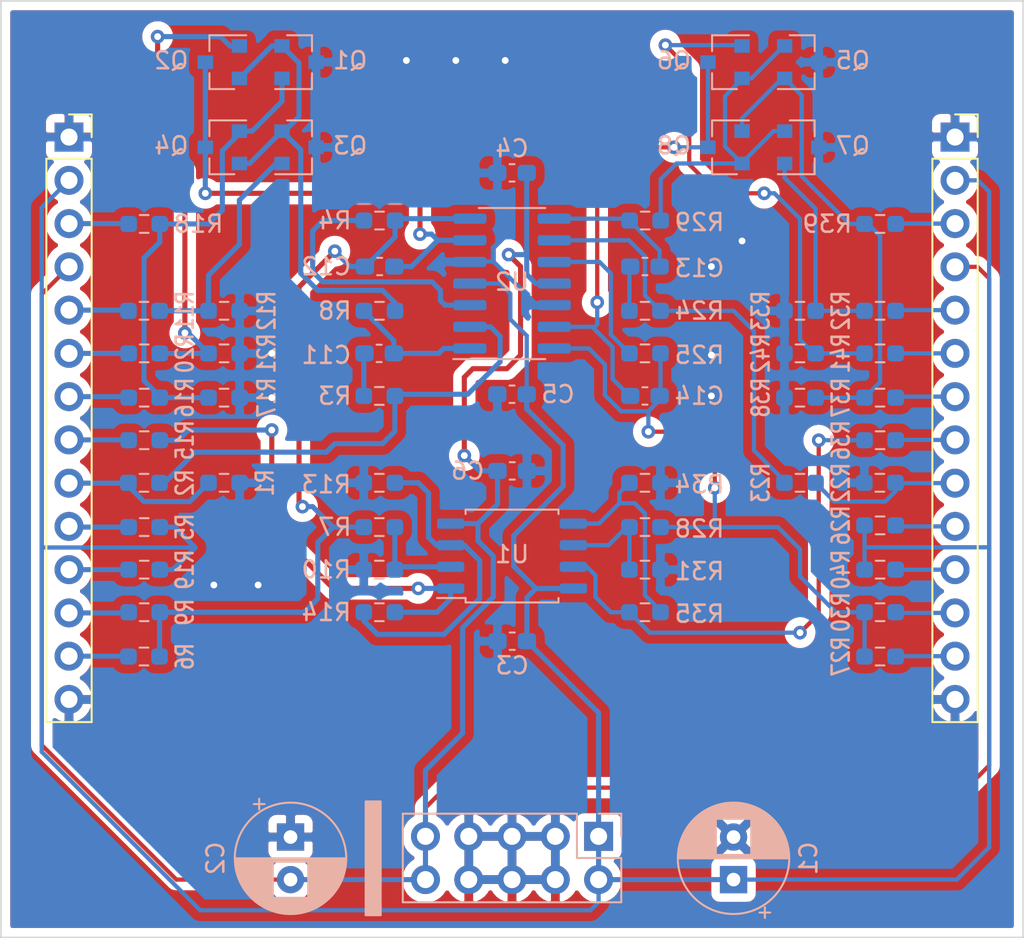
<source format=kicad_pcb>
(kicad_pcb (version 20171130) (host pcbnew "(5.1.10)-1")
  (layers (0 F.Cu signal) (31 B.Cu signal) (34 B.Paste user) (35 F.Paste user) (36 B.SilkS user) (37 F.SilkS user) (38 B.Mask user) (39 F.Mask user) (44 Edge.Cuts user))
  (net 0 "")
  (net 1 GND)
  (net 2 +12V)
  (net 3 -12V)
  (net 4 "Net-(C11-Pad2)")
  (net 5 "Net-(C11-Pad1)")
  (net 6 "Net-(C12-Pad2)")
  (net 7 "Net-(C12-Pad1)")
  (net 8 "Net-(C13-Pad2)")
  (net 9 "Net-(C13-Pad1)")
  (net 10 "Net-(C14-Pad2)")
  (net 11 "Net-(C14-Pad1)")
  (net 12 "Net-(Q1-Pad2)")
  (net 13 "Net-(Q1-Pad1)")
  (net 14 "Net-(Q2-Pad1)")
  (net 15 "Net-(Q3-Pad1)")
  (net 16 "Net-(Q5-Pad2)")
  (net 17 "Net-(Q5-Pad1)")
  (net 18 "Net-(Q6-Pad1)")
  (net 19 "Net-(Q7-Pad1)")
  (net 20 "Net-(R2-Pad2)")
  (net 21 "Net-(R4-Pad1)")
  (net 22 "Net-(R10-Pad2)")
  (net 23 "Net-(R13-Pad2)")
  (net 24 "Net-(R14-Pad1)")
  (net 25 "Net-(R23-Pad2)")
  (net 26 "Net-(R25-Pad1)")
  (net 27 "Net-(R28-Pad2)")
  (net 28 "Net-(R34-Pad2)")
  (net 29 "Net-(R35-Pad1)")
  (net 30 /LED1_B)
  (net 31 /OUT1_T_B)
  (net 32 /DOWN1_TN_B)
  (net 33 /UP1_TN_B)
  (net 34 /GATE1_T_B)
  (net 35 /GATE1_TN_B)
  (net 36 /CVAMT1_WIPER_B)
  (net 37 /DNAMT1_WIPER_B)
  (net 38 /UPAMT1_WIPER_B)
  (net 39 /FREQ1_WIPER_B)
  (net 40 /LED2_B)
  (net 41 /OUT2_T_B)
  (net 42 /DOWN2_TN_B)
  (net 43 /UP2_TN_B)
  (net 44 /GATE2_T_B)
  (net 45 /GATE2_TN_B)
  (net 46 /CVAMT2_WIPER_B)
  (net 47 /DNAMT2_WIPER_B)
  (net 48 /UPAMT2_WIPER_B)
  (net 49 /FREQ2_WIPER_B)
  (module Capacitor_THT:CP_Radial_D6.3mm_P2.50mm (layer B.Cu) (at 138 81.6 90)
    (fp_text reference C1 (at 1.25 4.4 90) (layer B.SilkS) (effects (justify mirror)))
    (fp_text value 10u hide)
    (pad 2 thru_hole circle (at 2.5 0 90) (size 1.6 1.6) (drill 0.8) (layers *.Cu *.Mask) (net 1 GND))
    (pad 1 thru_hole rect (at 0 0 90) (size 1.6 1.6) (drill 0.8) (layers *.Cu *.Mask) (net 2 +12V))
  )
  (module Connector_PinSocket_2.54mm:PinSocket_1x14_P2.54mm_Vertical (layer F.Cu) (at 151 38)
    (fp_text reference J14 hide)
    (fp_text value Conn_01x14_Female hide)
    (pad 14 thru_hole oval (at 0 33.02) (size 1.7 1.7) (drill 1) (layers *.Cu *.Mask) (net 1 GND))
    (pad 13 thru_hole oval (at 0 30.48) (size 1.7 1.7) (drill 1) (layers *.Cu *.Mask) (net 40 /LED2_B))
    (pad 12 thru_hole oval (at 0 27.94) (size 1.7 1.7) (drill 1) (layers *.Cu *.Mask) (net 41 /OUT2_T_B))
    (pad 11 thru_hole oval (at 0 25.4) (size 1.7 1.7) (drill 1) (layers *.Cu *.Mask) (net 42 /DOWN2_TN_B))
    (pad 10 thru_hole oval (at 0 22.86) (size 1.7 1.7) (drill 1) (layers *.Cu *.Mask) (net 43 /UP2_TN_B))
    (pad 9 thru_hole oval (at 0 20.32) (size 1.7 1.7) (drill 1) (layers *.Cu *.Mask) (net 44 /GATE2_T_B))
    (pad 8 thru_hole oval (at 0 17.78) (size 1.7 1.7) (drill 1) (layers *.Cu *.Mask) (net 45 /GATE2_TN_B))
    (pad 7 thru_hole oval (at 0 15.24) (size 1.7 1.7) (drill 1) (layers *.Cu *.Mask) (net 46 /CVAMT2_WIPER_B))
    (pad 6 thru_hole oval (at 0 12.7) (size 1.7 1.7) (drill 1) (layers *.Cu *.Mask) (net 47 /DNAMT2_WIPER_B))
    (pad 5 thru_hole oval (at 0 10.16) (size 1.7 1.7) (drill 1) (layers *.Cu *.Mask) (net 48 /UPAMT2_WIPER_B))
    (pad 4 thru_hole oval (at 0 7.62) (size 1.7 1.7) (drill 1) (layers *.Cu *.Mask) (net 3 -12V))
    (pad 3 thru_hole oval (at 0 5.08) (size 1.7 1.7) (drill 1) (layers *.Cu *.Mask) (net 49 /FREQ2_WIPER_B))
    (pad 2 thru_hole oval (at 0 2.54) (size 1.7 1.7) (drill 1) (layers *.Cu *.Mask) (net 2 +12V))
    (pad 1 thru_hole rect (at 0 0) (size 1.7 1.7) (drill 1) (layers *.Cu *.Mask) (net 1 GND))
  )
  (module Connector_PinSocket_2.54mm:PinSocket_1x14_P2.54mm_Vertical (layer F.Cu) (at 99 38)
    (fp_text reference J12 hide)
    (fp_text value Conn_01x14_Female hide)
    (pad 14 thru_hole oval (at 0 33.02) (size 1.7 1.7) (drill 1) (layers *.Cu *.Mask) (net 1 GND))
    (pad 13 thru_hole oval (at 0 30.48) (size 1.7 1.7) (drill 1) (layers *.Cu *.Mask) (net 30 /LED1_B))
    (pad 12 thru_hole oval (at 0 27.94) (size 1.7 1.7) (drill 1) (layers *.Cu *.Mask) (net 31 /OUT1_T_B))
    (pad 11 thru_hole oval (at 0 25.4) (size 1.7 1.7) (drill 1) (layers *.Cu *.Mask) (net 32 /DOWN1_TN_B))
    (pad 10 thru_hole oval (at 0 22.86) (size 1.7 1.7) (drill 1) (layers *.Cu *.Mask) (net 33 /UP1_TN_B))
    (pad 9 thru_hole oval (at 0 20.32) (size 1.7 1.7) (drill 1) (layers *.Cu *.Mask) (net 34 /GATE1_T_B))
    (pad 8 thru_hole oval (at 0 17.78) (size 1.7 1.7) (drill 1) (layers *.Cu *.Mask) (net 35 /GATE1_TN_B))
    (pad 7 thru_hole oval (at 0 15.24) (size 1.7 1.7) (drill 1) (layers *.Cu *.Mask) (net 36 /CVAMT1_WIPER_B))
    (pad 6 thru_hole oval (at 0 12.7) (size 1.7 1.7) (drill 1) (layers *.Cu *.Mask) (net 37 /DNAMT1_WIPER_B))
    (pad 5 thru_hole oval (at 0 10.16) (size 1.7 1.7) (drill 1) (layers *.Cu *.Mask) (net 38 /UPAMT1_WIPER_B))
    (pad 4 thru_hole oval (at 0 7.62) (size 1.7 1.7) (drill 1) (layers *.Cu *.Mask) (net 3 -12V))
    (pad 3 thru_hole oval (at 0 5.08) (size 1.7 1.7) (drill 1) (layers *.Cu *.Mask) (net 39 /FREQ1_WIPER_B))
    (pad 2 thru_hole oval (at 0 2.54) (size 1.7 1.7) (drill 1) (layers *.Cu *.Mask) (net 2 +12V))
    (pad 1 thru_hole rect (at 0 0) (size 1.7 1.7) (drill 1) (layers *.Cu *.Mask) (net 1 GND))
  )
  (module Package_SO:SOIC-14_3.9x8.7mm_P1.27mm (layer B.Cu) (at 125 46.6)
    (fp_text reference U2 (at 0 -0.1) (layer B.SilkS) (effects (justify mirror)))
    (fp_text value TL074)
    (pad 14 smd roundrect (at 2.475 3.81) (size 1.95 0.6) (layers B.Cu B.Paste B.Mask) (net 11 "Net-(C14-Pad1)"))
    (pad 13 smd roundrect (at 2.475 2.54) (size 1.95 0.6) (layers B.Cu B.Paste B.Mask) (net 10 "Net-(C14-Pad2)"))
    (pad 12 smd roundrect (at 2.475 1.27) (size 1.95 0.6) (layers B.Cu B.Paste B.Mask) (net 1 GND))
    (pad 11 smd roundrect (at 2.475 0) (size 1.95 0.6) (layers B.Cu B.Paste B.Mask) (net 3 -12V))
    (pad 10 smd roundrect (at 2.475 -1.27) (size 1.95 0.6) (layers B.Cu B.Paste B.Mask) (net 26 "Net-(R25-Pad1)"))
    (pad 9 smd roundrect (at 2.475 -2.54) (size 1.95 0.6) (layers B.Cu B.Paste B.Mask) (net 25 "Net-(R23-Pad2)"))
    (pad 8 smd roundrect (at 2.475 -3.81) (size 1.95 0.6) (layers B.Cu B.Paste B.Mask) (net 9 "Net-(C13-Pad1)"))
    (pad 7 smd roundrect (at -2.475 -3.81) (size 1.95 0.6) (layers B.Cu B.Paste B.Mask) (net 7 "Net-(C12-Pad1)"))
    (pad 6 smd roundrect (at -2.475 -2.54) (size 1.95 0.6) (layers B.Cu B.Paste B.Mask) (net 6 "Net-(C12-Pad2)"))
    (pad 5 smd roundrect (at -2.475 -1.27) (size 1.95 0.6) (layers B.Cu B.Paste B.Mask) (net 1 GND))
    (pad 4 smd roundrect (at -2.475 0) (size 1.95 0.6) (layers B.Cu B.Paste B.Mask) (net 2 +12V))
    (pad 3 smd roundrect (at -2.475 1.27) (size 1.95 0.6) (layers B.Cu B.Paste B.Mask) (net 21 "Net-(R4-Pad1)"))
    (pad 2 smd roundrect (at -2.475 2.54) (size 1.95 0.6) (layers B.Cu B.Paste B.Mask) (net 20 "Net-(R2-Pad2)"))
    (pad 1 smd roundrect (at -2.475 3.81) (size 1.95 0.6) (layers B.Cu B.Paste B.Mask) (net 5 "Net-(C11-Pad1)"))
  )
  (module Package_SO:SOIC-8_5.23x5.23mm_P1.27mm (layer B.Cu) (at 125 62.6)
    (fp_text reference U1 (at 0 -0.1) (layer B.SilkS) (effects (justify mirror)))
    (fp_text value TL072)
    (pad 8 smd roundrect (at 3.6 1.905) (size 1.6 0.6) (layers B.Cu B.Paste B.Mask) (net 2 +12V))
    (pad 7 smd roundrect (at 3.6 0.635) (size 1.6 0.6) (layers B.Cu B.Paste B.Mask) (net 29 "Net-(R35-Pad1)"))
    (pad 6 smd roundrect (at 3.6 -0.635) (size 1.6 0.6) (layers B.Cu B.Paste B.Mask) (net 27 "Net-(R28-Pad2)"))
    (pad 5 smd roundrect (at 3.6 -1.905) (size 1.6 0.6) (layers B.Cu B.Paste B.Mask) (net 28 "Net-(R34-Pad2)"))
    (pad 4 smd roundrect (at -3.6 -1.905) (size 1.6 0.6) (layers B.Cu B.Paste B.Mask) (net 3 -12V))
    (pad 3 smd roundrect (at -3.6 -0.635) (size 1.6 0.6) (layers B.Cu B.Paste B.Mask) (net 23 "Net-(R13-Pad2)"))
    (pad 2 smd roundrect (at -3.6 0.635) (size 1.6 0.6) (layers B.Cu B.Paste B.Mask) (net 22 "Net-(R10-Pad2)"))
    (pad 1 smd roundrect (at -3.6 1.905) (size 1.6 0.6) (layers B.Cu B.Paste B.Mask) (net 24 "Net-(R14-Pad1)"))
  )
  (module Resistor_SMD:R_0603_1608Metric_Pad0.98x0.95mm_HandSolder (layer B.Cu) (at 141.9 50.7 180)
    (fp_text reference R42 (at 2.3 0 90) (layer B.SilkS) (effects (font (size 1 0.8)) (justify mirror)))
    (fp_text value 3k3)
    (pad 2 smd roundrect (at 0.9125 0 180) (size 0.975 0.95) (layers B.Cu B.Paste B.Mask) (net 1 GND))
    (pad 1 smd roundrect (at -0.9125 0 180) (size 0.975 0.95) (layers B.Cu B.Paste B.Mask) (net 18 "Net-(Q6-Pad1)"))
  )
  (module Resistor_SMD:R_0603_1608Metric_Pad0.98x0.95mm_HandSolder (layer B.Cu) (at 146.6 50.7 180)
    (fp_text reference R41 (at 2.3 0 90) (layer B.SilkS) (effects (font (size 1 0.8)) (justify mirror)))
    (fp_text value 100k)
    (pad 2 smd roundrect (at 0.9125 0 180) (size 0.975 0.95) (layers B.Cu B.Paste B.Mask) (net 18 "Net-(Q6-Pad1)"))
    (pad 1 smd roundrect (at -0.9125 0 180) (size 0.975 0.95) (layers B.Cu B.Paste B.Mask) (net 47 /DNAMT2_WIPER_B))
  )
  (module Resistor_SMD:R_0603_1608Metric_Pad0.98x0.95mm_HandSolder (layer B.Cu) (at 146.6 63.4)
    (fp_text reference R40 (at -2.3 0 90) (layer B.SilkS) (effects (font (size 1 0.8)) (justify mirror)))
    (fp_text value 10k)
    (pad 2 smd roundrect (at 0.9125 0) (size 0.975 0.95) (layers B.Cu B.Paste B.Mask) (net 42 /DOWN2_TN_B))
    (pad 1 smd roundrect (at -0.9125 0) (size 0.975 0.95) (layers B.Cu B.Paste B.Mask) (net 2 +12V))
  )
  (module Resistor_SMD:R_0603_1608Metric_Pad0.98x0.95mm_HandSolder (layer B.Cu) (at 146.6 43.1)
    (fp_text reference R39 (at -3.1 0 180) (layer B.SilkS) (effects (justify mirror)))
    (fp_text value 100k)
    (pad 2 smd roundrect (at 0.9125 0) (size 0.975 0.95) (layers B.Cu B.Paste B.Mask) (net 49 /FREQ2_WIPER_B))
    (pad 1 smd roundrect (at -0.9125 0) (size 0.975 0.95) (layers B.Cu B.Paste B.Mask) (net 17 "Net-(Q5-Pad1)"))
  )
  (module Resistor_SMD:R_0603_1608Metric_Pad0.98x0.95mm_HandSolder (layer B.Cu) (at 141.9 53.3 180)
    (fp_text reference R38 (at 2.3 0 90) (layer B.SilkS) (effects (font (size 1 0.8)) (justify mirror)))
    (fp_text value 1k8)
    (pad 2 smd roundrect (at 0.9125 0 180) (size 0.975 0.95) (layers B.Cu B.Paste B.Mask) (net 1 GND))
    (pad 1 smd roundrect (at -0.9125 0 180) (size 0.975 0.95) (layers B.Cu B.Paste B.Mask) (net 17 "Net-(Q5-Pad1)"))
  )
  (module Resistor_SMD:R_0603_1608Metric_Pad0.98x0.95mm_HandSolder (layer B.Cu) (at 146.6 53.3)
    (fp_text reference R37 (at -2.3 0 90) (layer B.SilkS) (effects (font (size 1 0.8)) (justify mirror)))
    (fp_text value 100k)
    (pad 2 smd roundrect (at 0.9125 0) (size 0.975 0.95) (layers B.Cu B.Paste B.Mask) (net 46 /CVAMT2_WIPER_B))
    (pad 1 smd roundrect (at -0.9125 0) (size 0.975 0.95) (layers B.Cu B.Paste B.Mask) (net 17 "Net-(Q5-Pad1)"))
  )
  (module Resistor_SMD:R_0603_1608Metric_Pad0.98x0.95mm_HandSolder (layer B.Cu) (at 146.6 55.8 180)
    (fp_text reference R36 (at 2.3 0 90) (layer B.SilkS) (effects (font (size 1 0.8)) (justify mirror)))
    (fp_text value 1k)
    (pad 2 smd roundrect (at 0.9125 0 180) (size 0.975 0.95) (layers B.Cu B.Paste B.Mask) (net 29 "Net-(R35-Pad1)"))
    (pad 1 smd roundrect (at -0.9125 0 180) (size 0.975 0.95) (layers B.Cu B.Paste B.Mask) (net 45 /GATE2_TN_B))
  )
  (module Resistor_SMD:R_0603_1608Metric_Pad0.98x0.95mm_HandSolder (layer B.Cu) (at 132.8 65.9)
    (fp_text reference R35 (at 3.2 0.1) (layer B.SilkS) (effects (justify mirror)))
    (fp_text value 220k)
    (pad 2 smd roundrect (at 0.9125 0) (size 0.975 0.95) (layers B.Cu B.Paste B.Mask) (net 28 "Net-(R34-Pad2)"))
    (pad 1 smd roundrect (at -0.9125 0) (size 0.975 0.95) (layers B.Cu B.Paste B.Mask) (net 29 "Net-(R35-Pad1)"))
  )
  (module Resistor_SMD:R_0603_1608Metric_Pad0.98x0.95mm_HandSolder (layer B.Cu) (at 132.8 58.3 180)
    (fp_text reference R34 (at -3.2 -0.1) (layer B.SilkS) (effects (justify mirror)))
    (fp_text value 100k)
    (pad 2 smd roundrect (at 0.9125 0 180) (size 0.975 0.95) (layers B.Cu B.Paste B.Mask) (net 28 "Net-(R34-Pad2)"))
    (pad 1 smd roundrect (at -0.9125 0 180) (size 0.975 0.95) (layers B.Cu B.Paste B.Mask) (net 1 GND))
  )
  (module Resistor_SMD:R_0603_1608Metric_Pad0.98x0.95mm_HandSolder (layer B.Cu) (at 141.9 48.2 180)
    (fp_text reference R33 (at 2.3 0 270) (layer B.SilkS) (effects (font (size 1 0.8)) (justify mirror)))
    (fp_text value 3k3)
    (pad 2 smd roundrect (at 0.9125 0 180) (size 0.975 0.95) (layers B.Cu B.Paste B.Mask) (net 1 GND))
    (pad 1 smd roundrect (at -0.9125 0 180) (size 0.975 0.95) (layers B.Cu B.Paste B.Mask) (net 19 "Net-(Q7-Pad1)"))
  )
  (module Resistor_SMD:R_0603_1608Metric_Pad0.98x0.95mm_HandSolder (layer B.Cu) (at 146.6 48.2 180)
    (fp_text reference R32 (at 2.3 0 90) (layer B.SilkS) (effects (font (size 1 0.8)) (justify mirror)))
    (fp_text value 100k)
    (pad 2 smd roundrect (at 0.9125 0 180) (size 0.975 0.95) (layers B.Cu B.Paste B.Mask) (net 19 "Net-(Q7-Pad1)"))
    (pad 1 smd roundrect (at -0.9125 0 180) (size 0.975 0.95) (layers B.Cu B.Paste B.Mask) (net 48 /UPAMT2_WIPER_B))
  )
  (module Resistor_SMD:R_0603_1608Metric_Pad0.98x0.95mm_HandSolder (layer B.Cu) (at 132.8 63.4 180)
    (fp_text reference R31 (at -3.2 -0.1) (layer B.SilkS) (effects (justify mirror)))
    (fp_text value 100k)
    (pad 2 smd roundrect (at 0.9125 0 180) (size 0.975 0.95) (layers B.Cu B.Paste B.Mask) (net 27 "Net-(R28-Pad2)"))
    (pad 1 smd roundrect (at -0.9125 0 180) (size 0.975 0.95) (layers B.Cu B.Paste B.Mask) (net 1 GND))
  )
  (module Resistor_SMD:R_0603_1608Metric_Pad0.98x0.95mm_HandSolder (layer B.Cu) (at 146.6 65.9 180)
    (fp_text reference R30 (at 2.3 0 90) (layer B.SilkS) (effects (font (size 1 0.8)) (justify mirror)))
    (fp_text value 1k)
    (pad 2 smd roundrect (at 0.9125 0 180) (size 0.975 0.95) (layers B.Cu B.Paste B.Mask) (net 11 "Net-(C14-Pad1)"))
    (pad 1 smd roundrect (at -0.9125 0 180) (size 0.975 0.95) (layers B.Cu B.Paste B.Mask) (net 41 /OUT2_T_B))
  )
  (module Resistor_SMD:R_0603_1608Metric_Pad0.98x0.95mm_HandSolder (layer B.Cu) (at 132.8125 42.9)
    (fp_text reference R29 (at 3.1875 0.1) (layer B.SilkS) (effects (justify mirror)))
    (fp_text value 10k)
    (pad 2 smd roundrect (at 0.9125 0) (size 0.975 0.95) (layers B.Cu B.Paste B.Mask) (net 16 "Net-(Q5-Pad2)"))
    (pad 1 smd roundrect (at -0.9125 0) (size 0.975 0.95) (layers B.Cu B.Paste B.Mask) (net 9 "Net-(C13-Pad1)"))
  )
  (module Resistor_SMD:R_0603_1608Metric_Pad0.98x0.95mm_HandSolder (layer B.Cu) (at 132.8 60.9 180)
    (fp_text reference R28 (at -3.2 -0.1) (layer B.SilkS) (effects (justify mirror)))
    (fp_text value 100k)
    (pad 2 smd roundrect (at 0.9125 0 180) (size 0.975 0.95) (layers B.Cu B.Paste B.Mask) (net 27 "Net-(R28-Pad2)"))
    (pad 1 smd roundrect (at -0.9125 0 180) (size 0.975 0.95) (layers B.Cu B.Paste B.Mask) (net 11 "Net-(C14-Pad1)"))
  )
  (module Resistor_SMD:R_0603_1608Metric_Pad0.98x0.95mm_HandSolder (layer B.Cu) (at 146.6 68.5)
    (fp_text reference R27 (at -2.3 0 90) (layer B.SilkS) (effects (font (size 1 0.8)) (justify mirror)))
    (fp_text value 3k3)
    (pad 2 smd roundrect (at 0.9125 0) (size 0.975 0.95) (layers B.Cu B.Paste B.Mask) (net 40 /LED2_B))
    (pad 1 smd roundrect (at -0.9125 0) (size 0.975 0.95) (layers B.Cu B.Paste B.Mask) (net 11 "Net-(C14-Pad1)"))
  )
  (module Resistor_SMD:R_0603_1608Metric_Pad0.98x0.95mm_HandSolder (layer B.Cu) (at 146.6 60.8)
    (fp_text reference R26 (at -2.3 0 90) (layer B.SilkS) (effects (font (size 1 0.8)) (justify mirror)))
    (fp_text value 10k)
    (pad 2 smd roundrect (at 0.9125 0) (size 0.975 0.95) (layers B.Cu B.Paste B.Mask) (net 43 /UP2_TN_B))
    (pad 1 smd roundrect (at -0.9125 0) (size 0.975 0.95) (layers B.Cu B.Paste B.Mask) (net 2 +12V))
  )
  (module Resistor_SMD:R_0603_1608Metric_Pad0.98x0.95mm_HandSolder (layer B.Cu) (at 132.8 50.7)
    (fp_text reference R25 (at 3.2 0.1) (layer B.SilkS) (effects (justify mirror)))
    (fp_text value 220k)
    (pad 2 smd roundrect (at 0.9125 0) (size 0.975 0.95) (layers B.Cu B.Paste B.Mask) (net 11 "Net-(C14-Pad1)"))
    (pad 1 smd roundrect (at -0.9125 0) (size 0.975 0.95) (layers B.Cu B.Paste B.Mask) (net 26 "Net-(R25-Pad1)"))
  )
  (module Resistor_SMD:R_0603_1608Metric_Pad0.98x0.95mm_HandSolder (layer B.Cu) (at 132.8 48.2 180)
    (fp_text reference R24 (at -3.2 0) (layer B.SilkS) (effects (justify mirror)))
    (fp_text value 10M)
    (pad 2 smd roundrect (at 0.9125 0 180) (size 0.975 0.95) (layers B.Cu B.Paste B.Mask) (net 8 "Net-(C13-Pad2)"))
    (pad 1 smd roundrect (at -0.9125 0 180) (size 0.975 0.95) (layers B.Cu B.Paste B.Mask) (net 25 "Net-(R23-Pad2)"))
  )
  (module Resistor_SMD:R_0603_1608Metric_Pad0.98x0.95mm_HandSolder (layer B.Cu) (at 141.9 58.3 180)
    (fp_text reference R23 (at 2.3 0 90) (layer B.SilkS) (effects (font (size 1 0.8)) (justify mirror)))
    (fp_text value 100k)
    (pad 2 smd roundrect (at 0.9125 0 180) (size 0.975 0.95) (layers B.Cu B.Paste B.Mask) (net 25 "Net-(R23-Pad2)"))
    (pad 1 smd roundrect (at -0.9125 0 180) (size 0.975 0.95) (layers B.Cu B.Paste B.Mask) (net 44 /GATE2_T_B))
  )
  (module Resistor_SMD:R_0603_1608Metric_Pad0.98x0.95mm_HandSolder (layer B.Cu) (at 146.5875 58.3 180)
    (fp_text reference R22 (at 2.2875 0 90) (layer B.SilkS) (effects (font (size 1 0.8)) (justify mirror)))
    (fp_text value 100k)
    (pad 2 smd roundrect (at 0.9125 0 180) (size 0.975 0.95) (layers B.Cu B.Paste B.Mask) (net 1 GND))
    (pad 1 smd roundrect (at -0.9125 0 180) (size 0.975 0.95) (layers B.Cu B.Paste B.Mask) (net 44 /GATE2_T_B))
  )
  (module Resistor_SMD:R_0603_1608Metric_Pad0.98x0.95mm_HandSolder (layer B.Cu) (at 108.1 50.7)
    (fp_text reference R21 (at 2.5 0 90) (layer B.SilkS) (effects (font (size 1 0.8)) (justify mirror)))
    (fp_text value 3k3)
    (pad 2 smd roundrect (at 0.9125 0) (size 0.975 0.95) (layers B.Cu B.Paste B.Mask) (net 1 GND))
    (pad 1 smd roundrect (at -0.9125 0) (size 0.975 0.95) (layers B.Cu B.Paste B.Mask) (net 14 "Net-(Q2-Pad1)"))
  )
  (module Resistor_SMD:R_0603_1608Metric_Pad0.98x0.95mm_HandSolder (layer B.Cu) (at 103.4125 50.7)
    (fp_text reference R20 (at 2.3875 0 90) (layer B.SilkS) (effects (font (size 1 0.8)) (justify mirror)))
    (fp_text value 100k)
    (pad 2 smd roundrect (at 0.9125 0) (size 0.975 0.95) (layers B.Cu B.Paste B.Mask) (net 14 "Net-(Q2-Pad1)"))
    (pad 1 smd roundrect (at -0.9125 0) (size 0.975 0.95) (layers B.Cu B.Paste B.Mask) (net 37 /DNAMT1_WIPER_B))
  )
  (module Resistor_SMD:R_0603_1608Metric_Pad0.98x0.95mm_HandSolder (layer B.Cu) (at 103.4125 63.4 180)
    (fp_text reference R19 (at -2.3875 0 90) (layer B.SilkS) (effects (font (size 1 0.8)) (justify mirror)))
    (fp_text value 10k)
    (pad 2 smd roundrect (at 0.9125 0 180) (size 0.975 0.95) (layers B.Cu B.Paste B.Mask) (net 32 /DOWN1_TN_B))
    (pad 1 smd roundrect (at -0.9125 0 180) (size 0.975 0.95) (layers B.Cu B.Paste B.Mask) (net 2 +12V))
  )
  (module Resistor_SMD:R_0603_1608Metric_Pad0.98x0.95mm_HandSolder (layer B.Cu) (at 103.4125 43.1 180)
    (fp_text reference R18 (at -3.1875 0) (layer B.SilkS) (effects (justify mirror)))
    (fp_text value 100k)
    (pad 2 smd roundrect (at 0.9125 0 180) (size 0.975 0.95) (layers B.Cu B.Paste B.Mask) (net 39 /FREQ1_WIPER_B))
    (pad 1 smd roundrect (at -0.9125 0 180) (size 0.975 0.95) (layers B.Cu B.Paste B.Mask) (net 13 "Net-(Q1-Pad1)"))
  )
  (module Resistor_SMD:R_0603_1608Metric_Pad0.98x0.95mm_HandSolder (layer B.Cu) (at 108.1 53.3)
    (fp_text reference R17 (at 2.5 0 90) (layer B.SilkS) (effects (font (size 1 0.8)) (justify mirror)))
    (fp_text value 1k8)
    (pad 2 smd roundrect (at 0.9125 0) (size 0.975 0.95) (layers B.Cu B.Paste B.Mask) (net 1 GND))
    (pad 1 smd roundrect (at -0.9125 0) (size 0.975 0.95) (layers B.Cu B.Paste B.Mask) (net 13 "Net-(Q1-Pad1)"))
  )
  (module Resistor_SMD:R_0603_1608Metric_Pad0.98x0.95mm_HandSolder (layer B.Cu) (at 103.4125 53.3 180)
    (fp_text reference R16 (at -2.3875 0 90) (layer B.SilkS) (effects (font (size 1 0.8)) (justify mirror)))
    (fp_text value 100k)
    (pad 2 smd roundrect (at 0.9125 0 180) (size 0.975 0.95) (layers B.Cu B.Paste B.Mask) (net 36 /CVAMT1_WIPER_B))
    (pad 1 smd roundrect (at -0.9125 0 180) (size 0.975 0.95) (layers B.Cu B.Paste B.Mask) (net 13 "Net-(Q1-Pad1)"))
  )
  (module Resistor_SMD:R_0603_1608Metric_Pad0.98x0.95mm_HandSolder (layer B.Cu) (at 103.4125 55.8)
    (fp_text reference R15 (at 2.3875 0 90) (layer B.SilkS) (effects (font (size 1 0.8)) (justify mirror)))
    (fp_text value 1k)
    (pad 2 smd roundrect (at 0.9125 0) (size 0.975 0.95) (layers B.Cu B.Paste B.Mask) (net 24 "Net-(R14-Pad1)"))
    (pad 1 smd roundrect (at -0.9125 0) (size 0.975 0.95) (layers B.Cu B.Paste B.Mask) (net 35 /GATE1_TN_B))
  )
  (module Resistor_SMD:R_0603_1608Metric_Pad0.98x0.95mm_HandSolder (layer B.Cu) (at 117.2125 65.9 180)
    (fp_text reference R14 (at 3.1125 0) (layer B.SilkS) (effects (justify mirror)))
    (fp_text value 220k)
    (pad 2 smd roundrect (at 0.9125 0 180) (size 0.975 0.95) (layers B.Cu B.Paste B.Mask) (net 23 "Net-(R13-Pad2)"))
    (pad 1 smd roundrect (at -0.9125 0 180) (size 0.975 0.95) (layers B.Cu B.Paste B.Mask) (net 24 "Net-(R14-Pad1)"))
  )
  (module Resistor_SMD:R_0603_1608Metric_Pad0.98x0.95mm_HandSolder (layer B.Cu) (at 117.2125 58.3)
    (fp_text reference R13 (at -3.1125 0.1) (layer B.SilkS) (effects (justify mirror)))
    (fp_text value 100k)
    (pad 2 smd roundrect (at 0.9125 0) (size 0.975 0.95) (layers B.Cu B.Paste B.Mask) (net 23 "Net-(R13-Pad2)"))
    (pad 1 smd roundrect (at -0.9125 0) (size 0.975 0.95) (layers B.Cu B.Paste B.Mask) (net 1 GND))
  )
  (module Resistor_SMD:R_0603_1608Metric_Pad0.98x0.95mm_HandSolder (layer B.Cu) (at 108.1 48.2)
    (fp_text reference R12 (at 2.5 0 90) (layer B.SilkS) (effects (font (size 1 0.8)) (justify mirror)))
    (fp_text value 3k3)
    (pad 2 smd roundrect (at 0.9125 0) (size 0.975 0.95) (layers B.Cu B.Paste B.Mask) (net 1 GND))
    (pad 1 smd roundrect (at -0.9125 0) (size 0.975 0.95) (layers B.Cu B.Paste B.Mask) (net 15 "Net-(Q3-Pad1)"))
  )
  (module Resistor_SMD:R_0603_1608Metric_Pad0.98x0.95mm_HandSolder (layer B.Cu) (at 103.4 48.2)
    (fp_text reference R11 (at 2.4 0 90) (layer B.SilkS) (effects (font (size 1 0.8)) (justify mirror)))
    (fp_text value 100k)
    (pad 2 smd roundrect (at 0.9125 0) (size 0.975 0.95) (layers B.Cu B.Paste B.Mask) (net 15 "Net-(Q3-Pad1)"))
    (pad 1 smd roundrect (at -0.9125 0) (size 0.975 0.95) (layers B.Cu B.Paste B.Mask) (net 38 /UPAMT1_WIPER_B))
  )
  (module Resistor_SMD:R_0603_1608Metric_Pad0.98x0.95mm_HandSolder (layer B.Cu) (at 117.2125 63.4)
    (fp_text reference R10 (at -3.1125 0) (layer B.SilkS) (effects (justify mirror)))
    (fp_text value 100k)
    (pad 2 smd roundrect (at 0.9125 0) (size 0.975 0.95) (layers B.Cu B.Paste B.Mask) (net 22 "Net-(R10-Pad2)"))
    (pad 1 smd roundrect (at -0.9125 0) (size 0.975 0.95) (layers B.Cu B.Paste B.Mask) (net 1 GND))
  )
  (module Resistor_SMD:R_0603_1608Metric_Pad0.98x0.95mm_HandSolder (layer B.Cu) (at 103.4125 65.9)
    (fp_text reference R9 (at 2.3875 0 90) (layer B.SilkS) (effects (font (size 1 0.8)) (justify mirror)))
    (fp_text value 1k)
    (pad 2 smd roundrect (at 0.9125 0) (size 0.975 0.95) (layers B.Cu B.Paste B.Mask) (net 7 "Net-(C12-Pad1)"))
    (pad 1 smd roundrect (at -0.9125 0) (size 0.975 0.95) (layers B.Cu B.Paste B.Mask) (net 31 /OUT1_T_B))
  )
  (module Resistor_SMD:R_0603_1608Metric_Pad0.98x0.95mm_HandSolder (layer B.Cu) (at 117.2225 48.2)
    (fp_text reference R8 (at -2.6225 0) (layer B.SilkS) (effects (justify mirror)))
    (fp_text value 10k)
    (pad 2 smd roundrect (at 0.9125 0) (size 0.975 0.95) (layers B.Cu B.Paste B.Mask) (net 12 "Net-(Q1-Pad2)"))
    (pad 1 smd roundrect (at -0.9125 0) (size 0.975 0.95) (layers B.Cu B.Paste B.Mask) (net 5 "Net-(C11-Pad1)"))
  )
  (module Resistor_SMD:R_0603_1608Metric_Pad0.98x0.95mm_HandSolder (layer B.Cu) (at 117.2125 60.9)
    (fp_text reference R7 (at -2.6125 0) (layer B.SilkS) (effects (justify mirror)))
    (fp_text value 100k)
    (pad 2 smd roundrect (at 0.9125 0) (size 0.975 0.95) (layers B.Cu B.Paste B.Mask) (net 22 "Net-(R10-Pad2)"))
    (pad 1 smd roundrect (at -0.9125 0) (size 0.975 0.95) (layers B.Cu B.Paste B.Mask) (net 7 "Net-(C12-Pad1)"))
  )
  (module Resistor_SMD:R_0603_1608Metric_Pad0.98x0.95mm_HandSolder (layer B.Cu) (at 103.4 68.5 180)
    (fp_text reference R6 (at -2.4 0 90) (layer B.SilkS) (effects (font (size 1 0.8)) (justify mirror)))
    (fp_text value 3k3)
    (pad 2 smd roundrect (at 0.9125 0 180) (size 0.975 0.95) (layers B.Cu B.Paste B.Mask) (net 30 /LED1_B))
    (pad 1 smd roundrect (at -0.9125 0 180) (size 0.975 0.95) (layers B.Cu B.Paste B.Mask) (net 7 "Net-(C12-Pad1)"))
  )
  (module Resistor_SMD:R_0603_1608Metric_Pad0.98x0.95mm_HandSolder (layer B.Cu) (at 103.4125 60.9 180)
    (fp_text reference R5 (at -2.3875 0 90) (layer B.SilkS) (effects (font (size 1 0.8)) (justify mirror)))
    (fp_text value 10k)
    (pad 2 smd roundrect (at 0.9125 0 180) (size 0.975 0.95) (layers B.Cu B.Paste B.Mask) (net 33 /UP1_TN_B))
    (pad 1 smd roundrect (at -0.9125 0 180) (size 0.975 0.95) (layers B.Cu B.Paste B.Mask) (net 2 +12V))
  )
  (module Resistor_SMD:R_0603_1608Metric_Pad0.98x0.95mm_HandSolder (layer B.Cu) (at 117.2225 42.9)
    (fp_text reference R4 (at -2.6225 0) (layer B.SilkS) (effects (justify mirror)))
    (fp_text value 220k)
    (pad 2 smd roundrect (at 0.9125 0) (size 0.975 0.95) (layers B.Cu B.Paste B.Mask) (net 7 "Net-(C12-Pad1)"))
    (pad 1 smd roundrect (at -0.9125 0) (size 0.975 0.95) (layers B.Cu B.Paste B.Mask) (net 21 "Net-(R4-Pad1)"))
  )
  (module Resistor_SMD:R_0603_1608Metric_Pad0.98x0.95mm_HandSolder (layer B.Cu) (at 117.2125 53.2 180)
    (fp_text reference R3 (at 2.6125 0) (layer B.SilkS) (effects (justify mirror)))
    (fp_text value 10M)
    (pad 2 smd roundrect (at 0.9125 0 180) (size 0.975 0.95) (layers B.Cu B.Paste B.Mask) (net 4 "Net-(C11-Pad2)"))
    (pad 1 smd roundrect (at -0.9125 0 180) (size 0.975 0.95) (layers B.Cu B.Paste B.Mask) (net 20 "Net-(R2-Pad2)"))
  )
  (module Resistor_SMD:R_0603_1608Metric_Pad0.98x0.95mm_HandSolder (layer B.Cu) (at 103.4 58.3)
    (fp_text reference R2 (at 2.4 0 90) (layer B.SilkS) (effects (font (size 1 0.8)) (justify mirror)))
    (fp_text value 100k)
    (pad 2 smd roundrect (at 0.9125 0) (size 0.975 0.95) (layers B.Cu B.Paste B.Mask) (net 20 "Net-(R2-Pad2)"))
    (pad 1 smd roundrect (at -0.9125 0) (size 0.975 0.95) (layers B.Cu B.Paste B.Mask) (net 34 /GATE1_T_B))
  )
  (module Resistor_SMD:R_0603_1608Metric_Pad0.98x0.95mm_HandSolder (layer B.Cu) (at 108.1 58.3)
    (fp_text reference R1 (at 2.4 0 90) (layer B.SilkS) (effects (font (size 1 0.8)) (justify mirror)))
    (fp_text value 100k)
    (pad 2 smd roundrect (at 0.9125 0) (size 0.975 0.95) (layers B.Cu B.Paste B.Mask) (net 1 GND))
    (pad 1 smd roundrect (at -0.9125 0) (size 0.975 0.95) (layers B.Cu B.Paste B.Mask) (net 34 /GATE1_T_B))
  )
  (module Package_TO_SOT_SMD:SOT-23 (layer B.Cu) (at 137.5 38.6 180)
    (fp_text reference Q8 (at 3 0.1) (layer B.SilkS) (effects (justify mirror)))
    (fp_text value BC847)
    (pad 3 smd rect (at 1 0 180) (size 0.9 0.8) (layers B.Cu B.Paste B.Mask) (net 10 "Net-(C14-Pad2)"))
    (pad 2 smd rect (at -1 -0.95 180) (size 0.9 0.8) (layers B.Cu B.Paste B.Mask) (net 16 "Net-(Q5-Pad2)"))
    (pad 1 smd rect (at -1 0.95 180) (size 0.9 0.8) (layers B.Cu B.Paste B.Mask) (net 17 "Net-(Q5-Pad1)"))
  )
  (module Package_TO_SOT_SMD:SOT-23 (layer B.Cu) (at 142 38.6)
    (fp_text reference Q7 (at 3 -0.1) (layer B.SilkS) (effects (justify mirror)))
    (fp_text value BC847)
    (pad 3 smd rect (at 1 0) (size 0.9 0.8) (layers B.Cu B.Paste B.Mask) (net 1 GND))
    (pad 2 smd rect (at -1 -0.95) (size 0.9 0.8) (layers B.Cu B.Paste B.Mask) (net 16 "Net-(Q5-Pad2)"))
    (pad 1 smd rect (at -1 0.95) (size 0.9 0.8) (layers B.Cu B.Paste B.Mask) (net 19 "Net-(Q7-Pad1)"))
  )
  (module Package_TO_SOT_SMD:SOT-23 (layer B.Cu) (at 137.5 33.6 180)
    (fp_text reference Q6 (at 3 0.1) (layer B.SilkS) (effects (justify mirror)))
    (fp_text value BC857)
    (pad 3 smd rect (at 1 0 180) (size 0.9 0.8) (layers B.Cu B.Paste B.Mask) (net 10 "Net-(C14-Pad2)"))
    (pad 2 smd rect (at -1 -0.95 180) (size 0.9 0.8) (layers B.Cu B.Paste B.Mask) (net 16 "Net-(Q5-Pad2)"))
    (pad 1 smd rect (at -1 0.95 180) (size 0.9 0.8) (layers B.Cu B.Paste B.Mask) (net 18 "Net-(Q6-Pad1)"))
  )
  (module Package_TO_SOT_SMD:SOT-23 (layer B.Cu) (at 142 33.6)
    (fp_text reference Q5 (at 3 -0.1) (layer B.SilkS) (effects (justify mirror)))
    (fp_text value BC857)
    (pad 3 smd rect (at 1 0) (size 0.9 0.8) (layers B.Cu B.Paste B.Mask) (net 1 GND))
    (pad 2 smd rect (at -1 -0.95) (size 0.9 0.8) (layers B.Cu B.Paste B.Mask) (net 16 "Net-(Q5-Pad2)"))
    (pad 1 smd rect (at -1 0.95) (size 0.9 0.8) (layers B.Cu B.Paste B.Mask) (net 17 "Net-(Q5-Pad1)"))
  )
  (module Package_TO_SOT_SMD:SOT-23 (layer B.Cu) (at 108 38.6 180)
    (fp_text reference Q4 (at 3 0.1) (layer B.SilkS) (effects (justify mirror)))
    (fp_text value BC847)
    (pad 3 smd rect (at 1 0 180) (size 0.9 0.8) (layers B.Cu B.Paste B.Mask) (net 6 "Net-(C12-Pad2)"))
    (pad 2 smd rect (at -1 -0.95 180) (size 0.9 0.8) (layers B.Cu B.Paste B.Mask) (net 12 "Net-(Q1-Pad2)"))
    (pad 1 smd rect (at -1 0.95 180) (size 0.9 0.8) (layers B.Cu B.Paste B.Mask) (net 13 "Net-(Q1-Pad1)"))
  )
  (module Package_TO_SOT_SMD:SOT-23 (layer B.Cu) (at 112.5 38.6)
    (fp_text reference Q3 (at 3 -0.1) (layer B.SilkS) (effects (justify mirror)))
    (fp_text value BC847)
    (pad 3 smd rect (at 1 0) (size 0.9 0.8) (layers B.Cu B.Paste B.Mask) (net 1 GND))
    (pad 2 smd rect (at -1 -0.95) (size 0.9 0.8) (layers B.Cu B.Paste B.Mask) (net 12 "Net-(Q1-Pad2)"))
    (pad 1 smd rect (at -1 0.95) (size 0.9 0.8) (layers B.Cu B.Paste B.Mask) (net 15 "Net-(Q3-Pad1)"))
  )
  (module Package_TO_SOT_SMD:SOT-23 (layer B.Cu) (at 108 33.6 180)
    (fp_text reference Q2 (at 3 0.1) (layer B.SilkS) (effects (justify mirror)))
    (fp_text value BC857)
    (pad 3 smd rect (at 1 0 180) (size 0.9 0.8) (layers B.Cu B.Paste B.Mask) (net 6 "Net-(C12-Pad2)"))
    (pad 2 smd rect (at -1 -0.95 180) (size 0.9 0.8) (layers B.Cu B.Paste B.Mask) (net 12 "Net-(Q1-Pad2)"))
    (pad 1 smd rect (at -1 0.95 180) (size 0.9 0.8) (layers B.Cu B.Paste B.Mask) (net 14 "Net-(Q2-Pad1)"))
  )
  (module Package_TO_SOT_SMD:SOT-23 (layer B.Cu) (at 112.5 33.6)
    (fp_text reference Q1 (at 3 -0.1) (layer B.SilkS) (effects (justify mirror)))
    (fp_text value BC857)
    (pad 3 smd rect (at 1 0) (size 0.9 0.8) (layers B.Cu B.Paste B.Mask) (net 1 GND))
    (pad 2 smd rect (at -1 -0.95) (size 0.9 0.8) (layers B.Cu B.Paste B.Mask) (net 12 "Net-(Q1-Pad2)"))
    (pad 1 smd rect (at -1 0.95) (size 0.9 0.8) (layers B.Cu B.Paste B.Mask) (net 13 "Net-(Q1-Pad1)"))
  )
  (module Connector_PinSocket_2.54mm:PinSocket_2x05_P2.54mm_Vertical (layer B.Cu) (at 130.08 79.06 90)
    (fp_text reference J11 hide)
    (fp_text value Conn_02x05_Odd_Even hide)
    (pad 10 thru_hole oval (at -2.54 -10.16 90) (size 1.7 1.7) (drill 1) (layers *.Cu *.Mask) (net 3 -12V))
    (pad 9 thru_hole oval (at 0 -10.16 90) (size 1.7 1.7) (drill 1) (layers *.Cu *.Mask) (net 3 -12V))
    (pad 8 thru_hole oval (at -2.54 -7.62 90) (size 1.7 1.7) (drill 1) (layers *.Cu *.Mask) (net 1 GND))
    (pad 7 thru_hole oval (at 0 -7.62 90) (size 1.7 1.7) (drill 1) (layers *.Cu *.Mask) (net 1 GND))
    (pad 6 thru_hole oval (at -2.54 -5.08 90) (size 1.7 1.7) (drill 1) (layers *.Cu *.Mask) (net 1 GND))
    (pad 5 thru_hole oval (at 0 -5.08 90) (size 1.7 1.7) (drill 1) (layers *.Cu *.Mask) (net 1 GND))
    (pad 4 thru_hole oval (at -2.54 -2.54 90) (size 1.7 1.7) (drill 1) (layers *.Cu *.Mask) (net 1 GND))
    (pad 3 thru_hole oval (at 0 -2.54 90) (size 1.7 1.7) (drill 1) (layers *.Cu *.Mask) (net 1 GND))
    (pad 2 thru_hole oval (at -2.54 0 90) (size 1.7 1.7) (drill 1) (layers *.Cu *.Mask) (net 2 +12V))
    (pad 1 thru_hole rect (at 0 0 90) (size 1.7 1.7) (drill 1) (layers *.Cu *.Mask) (net 2 +12V))
  )
  (module Capacitor_SMD:C_0603_1608Metric_Pad1.08x0.95mm_HandSolder (layer B.Cu) (at 132.8 53.2 180)
    (fp_text reference C14 (at -3.2 0) (layer B.SilkS) (effects (justify mirror)))
    (fp_text value 22n)
    (pad 2 smd roundrect (at 0.8625 0 180) (size 1.075 0.95) (layers B.Cu B.Paste B.Mask) (net 10 "Net-(C14-Pad2)"))
    (pad 1 smd roundrect (at -0.8625 0 180) (size 1.075 0.95) (layers B.Cu B.Paste B.Mask) (net 11 "Net-(C14-Pad1)"))
  )
  (module Capacitor_SMD:C_0603_1608Metric_Pad1.08x0.95mm_HandSolder (layer B.Cu) (at 132.8 45.6 180)
    (fp_text reference C13 (at -3.2 -0.1) (layer B.SilkS) (effects (justify mirror)))
    (fp_text value 22p)
    (pad 2 smd roundrect (at 0.8625 0 180) (size 1.075 0.95) (layers B.Cu B.Paste B.Mask) (net 8 "Net-(C13-Pad2)"))
    (pad 1 smd roundrect (at -0.8625 0 180) (size 1.075 0.95) (layers B.Cu B.Paste B.Mask) (net 9 "Net-(C13-Pad1)"))
  )
  (module Capacitor_SMD:C_0603_1608Metric_Pad1.08x0.95mm_HandSolder (layer B.Cu) (at 117.2325 45.6)
    (fp_text reference C12 (at -3.1325 0) (layer B.SilkS) (effects (justify mirror)))
    (fp_text value 22n)
    (pad 2 smd roundrect (at 0.8625 0) (size 1.075 0.95) (layers B.Cu B.Paste B.Mask) (net 6 "Net-(C12-Pad2)"))
    (pad 1 smd roundrect (at -0.8625 0) (size 1.075 0.95) (layers B.Cu B.Paste B.Mask) (net 7 "Net-(C12-Pad1)"))
  )
  (module Capacitor_SMD:C_0603_1608Metric_Pad1.08x0.95mm_HandSolder (layer B.Cu) (at 117.2 50.7 180)
    (fp_text reference C11 (at 3.1 -0.1) (layer B.SilkS) (effects (justify mirror)))
    (fp_text value 22p)
    (pad 2 smd roundrect (at 0.8625 0 180) (size 1.075 0.95) (layers B.Cu B.Paste B.Mask) (net 4 "Net-(C11-Pad2)"))
    (pad 1 smd roundrect (at -0.8625 0 180) (size 1.075 0.95) (layers B.Cu B.Paste B.Mask) (net 5 "Net-(C11-Pad1)"))
  )
  (module Capacitor_SMD:C_0603_1608Metric_Pad1.08x0.95mm_HandSolder (layer B.Cu) (at 125.0125 57.6)
    (fp_text reference C6 (at -2.6125 0) (layer B.SilkS) (effects (justify mirror)))
    (fp_text value 100n)
    (pad 2 smd roundrect (at 0.8625 0) (size 1.075 0.95) (layers B.Cu B.Paste B.Mask) (net 1 GND))
    (pad 1 smd roundrect (at -0.8625 0) (size 1.075 0.95) (layers B.Cu B.Paste B.Mask) (net 3 -12V))
  )
  (module Capacitor_SMD:C_0603_1608Metric_Pad1.08x0.95mm_HandSolder (layer B.Cu) (at 125 53.1)
    (fp_text reference C5 (at 2.7 0) (layer B.SilkS) (effects (justify mirror)))
    (fp_text value 100n)
    (pad 2 smd roundrect (at 0.8625 0) (size 1.075 0.95) (layers B.Cu B.Paste B.Mask) (net 2 +12V))
    (pad 1 smd roundrect (at -0.8625 0) (size 1.075 0.95) (layers B.Cu B.Paste B.Mask) (net 1 GND))
  )
  (module Capacitor_SMD:C_0603_1608Metric_Pad1.08x0.95mm_HandSolder (layer B.Cu) (at 125 40.1 180)
    (fp_text reference C4 (at 0 1.43) (layer B.SilkS) (effects (justify mirror)))
    (fp_text value 100n)
    (pad 2 smd roundrect (at 0.8625 0 180) (size 1.075 0.95) (layers B.Cu B.Paste B.Mask) (net 1 GND))
    (pad 1 smd roundrect (at -0.8625 0 180) (size 1.075 0.95) (layers B.Cu B.Paste B.Mask) (net 3 -12V))
  )
  (module Capacitor_SMD:C_0603_1608Metric_Pad1.08x0.95mm_HandSolder (layer B.Cu) (at 125.0125 67.6)
    (fp_text reference C3 (at 0 1.43) (layer B.SilkS) (effects (justify mirror)))
    (fp_text value 100n)
    (pad 2 smd roundrect (at 0.8625 0) (size 1.075 0.95) (layers B.Cu B.Paste B.Mask) (net 2 +12V))
    (pad 1 smd roundrect (at -0.8625 0) (size 1.075 0.95) (layers B.Cu B.Paste B.Mask) (net 1 GND))
  )
  (module Capacitor_THT:CP_Radial_D6.3mm_P2.50mm (layer B.Cu) (at 112 79.1 270)
    (fp_text reference C2 (at 1.25 4.4 90) (layer B.SilkS) (effects (justify mirror)))
    (fp_text value 10u)
    (pad 1 thru_hole rect (at 0 0 270) (size 1.6 1.6) (drill 0.8) (layers *.Cu *.Mask) (net 1 GND))
    (pad 2 thru_hole circle (at 2.5 0 270) (size 1.6 1.6) (drill 0.8) (layers *.Cu *.Mask) (net 3 -12V))
  )
  (gr_poly (pts (xy 117.3 83.7) (xy 116.4 83.7) (xy 116.4 77) (xy 117.3 77)) (layer B.SilkS) (width 0.1))
  (gr_poly (pts (xy 155 85) (xy 95 85) (xy 95 30) (xy 155 30)) (layer Edge.Cuts) (width 0.1))
  (via (at 136.7 50.8) (size 0.8) (drill 0.4) (layers F.Cu B.Cu) (net 1))
  (via (at 136.7 53.2) (size 0.8) (drill 0.4) (layers F.Cu B.Cu) (net 1))
  (segment (start 122.525 45.33) (end 122.555 45.3) (width 0.25) (layer B.Cu) (net 1))
  (segment (start 122.555 45.3) (end 123.9 45.3) (width 0.25) (layer B.Cu) (net 1))
  (segment (start 127.405 47.8) (end 127.475 47.87) (width 0.25) (layer B.Cu) (net 1))
  (via (at 136.7 45.6) (size 0.8) (drill 0.4) (layers F.Cu B.Cu) (net 1))
  (via (at 138.5 44.1) (size 0.8) (drill 0.4) (layers F.Cu B.Cu) (net 1))
  (segment (start 124.2 53.1625) (end 124.1375 53.1) (width 0.3) (layer B.Cu) (net 1))
  (segment (start 127.475 47.87) (end 126.47 47.87) (width 0.25) (layer B.Cu) (net 1))
  (segment (start 126.47 47.87) (end 123.9 45.3) (width 0.25) (layer B.Cu) (net 1))
  (via (at 107.5 64.3) (size 0.8) (drill 0.4) (layers F.Cu B.Cu) (net 1))
  (via (at 110.1 64.3) (size 0.8) (drill 0.4) (layers F.Cu B.Cu) (net 1))
  (segment (start 123.9 45.3) (end 123.9 44.5) (width 0.3) (layer B.Cu) (net 1))
  (segment (start 123.9 44.5) (end 124.6 43.8) (width 0.3) (layer B.Cu) (net 1))
  (segment (start 124.6 43.8) (end 124.6 41.6) (width 0.3) (layer B.Cu) (net 1))
  (segment (start 124.1375 41.1375) (end 124.1375 40.1) (width 0.3) (layer B.Cu) (net 1))
  (segment (start 124.6 41.6) (end 124.1375 41.1375) (width 0.3) (layer B.Cu) (net 1))
  (via (at 118.8 33.5) (size 0.8) (drill 0.4) (layers F.Cu B.Cu) (net 1))
  (via (at 121.7 33.5) (size 0.8) (drill 0.4) (layers F.Cu B.Cu) (net 1))
  (via (at 124.6 33.5) (size 0.8) (drill 0.4) (layers F.Cu B.Cu) (net 1))
  (via (at 110.9 53.3) (size 0.8) (drill 0.4) (layers F.Cu B.Cu) (net 1))
  (via (at 110.9 50.7) (size 0.8) (drill 0.4) (layers F.Cu B.Cu) (net 1))
  (segment (start 128.6 64.505) (end 127.295 64.505) (width 0.3) (layer B.Cu) (net 2))
  (segment (start 138 81.6) (end 130.08 81.6) (width 0.3) (layer B.Cu) (net 2))
  (segment (start 130.08 79.06) (end 130.08 81.6) (width 0.3) (layer B.Cu) (net 2))
  (segment (start 130.08 71.805) (end 125.875 67.6) (width 0.3) (layer B.Cu) (net 2))
  (segment (start 130.08 79.06) (end 130.08 71.805) (width 0.3) (layer B.Cu) (net 2))
  (segment (start 127.295 64.505) (end 126.405 64.505) (width 0.3) (layer B.Cu) (net 2))
  (segment (start 125.875 65.035) (end 126.405 64.505) (width 0.3) (layer B.Cu) (net 2))
  (segment (start 125.875 67.6) (end 125.875 65.035) (width 0.3) (layer B.Cu) (net 2))
  (segment (start 105.2 60.9) (end 106.4 62.1) (width 0.3) (layer B.Cu) (net 2))
  (segment (start 104.325 60.9) (end 105.2 60.9) (width 0.3) (layer B.Cu) (net 2))
  (segment (start 105.1 63.4) (end 106.4 62.1) (width 0.3) (layer B.Cu) (net 2))
  (segment (start 104.325 63.4) (end 105.1 63.4) (width 0.3) (layer B.Cu) (net 2))
  (segment (start 138 81.6) (end 151.1 81.6) (width 0.25) (layer B.Cu) (net 2))
  (segment (start 151.1 81.6) (end 153 79.7) (width 0.25) (layer B.Cu) (net 2))
  (segment (start 152.34 40.54) (end 151 40.54) (width 0.25) (layer B.Cu) (net 2))
  (segment (start 153 41.2) (end 152.34 40.54) (width 0.25) (layer B.Cu) (net 2))
  (segment (start 152.9875 62.0875) (end 153 62.1) (width 0.25) (layer B.Cu) (net 2))
  (segment (start 145.6875 62.0875) (end 152.9875 62.0875) (width 0.25) (layer B.Cu) (net 2))
  (segment (start 153 62.1) (end 153 41.2) (width 0.25) (layer B.Cu) (net 2))
  (segment (start 153 79.7) (end 153 62.1) (width 0.25) (layer B.Cu) (net 2))
  (segment (start 145.6875 60.8) (end 145.6875 62.0875) (width 0.25) (layer B.Cu) (net 2))
  (segment (start 145.6875 62.0875) (end 145.6875 63.4) (width 0.25) (layer B.Cu) (net 2))
  (segment (start 97.67 41.87) (end 97.5 42.04) (width 0.25) (layer B.Cu) (net 2))
  (segment (start 99 40.54) (end 97.67 41.87) (width 0.25) (layer B.Cu) (net 2))
  (segment (start 97.4 42.14) (end 97.67 41.87) (width 0.25) (layer B.Cu) (net 2))
  (segment (start 97.4 62.2) (end 97.4 42.14) (width 0.25) (layer B.Cu) (net 2))
  (segment (start 97.5 62.1) (end 97.4 62.2) (width 0.25) (layer B.Cu) (net 2))
  (segment (start 97.5 62.1) (end 106.4 62.1) (width 0.25) (layer B.Cu) (net 2))
  (segment (start 97.4 62.2) (end 97.4 74.1) (width 0.25) (layer B.Cu) (net 2))
  (segment (start 130.08 82.92) (end 130.08 81.6) (width 0.25) (layer B.Cu) (net 2))
  (segment (start 129.6 83.4) (end 130.08 82.92) (width 0.25) (layer B.Cu) (net 2))
  (segment (start 106.7 83.4) (end 129.6 83.4) (width 0.25) (layer B.Cu) (net 2))
  (segment (start 97.4 74.1) (end 106.7 83.4) (width 0.25) (layer B.Cu) (net 2))
  (segment (start 125.8625 53.1) (end 125.8625 49.6625) (width 0.25) (layer B.Cu) (net 2))
  (segment (start 124.9 48.7) (end 124.9 47.2) (width 0.25) (layer B.Cu) (net 2))
  (segment (start 125.8625 49.6625) (end 124.9 48.7) (width 0.25) (layer B.Cu) (net 2))
  (segment (start 124.3 46.6) (end 124.9 47.2) (width 0.25) (layer B.Cu) (net 2))
  (segment (start 122.525 46.6) (end 124.3 46.6) (width 0.25) (layer B.Cu) (net 2))
  (segment (start 125.1 63.2) (end 126.405 64.505) (width 0.3) (layer B.Cu) (net 2))
  (segment (start 125.1 61.4) (end 125.1 63.2) (width 0.3) (layer B.Cu) (net 2))
  (segment (start 128 58.5) (end 125.1 61.4) (width 0.3) (layer B.Cu) (net 2))
  (segment (start 128 56.1) (end 128 58.5) (width 0.3) (layer B.Cu) (net 2))
  (segment (start 125.8625 53.9625) (end 128 56.1) (width 0.3) (layer B.Cu) (net 2))
  (segment (start 125.8625 53.1) (end 125.8625 53.9625) (width 0.3) (layer B.Cu) (net 2))
  (segment (start 124.15 57.6) (end 124.15 59.55) (width 0.3) (layer B.Cu) (net 3))
  (segment (start 123.005 60.695) (end 121.4 60.695) (width 0.3) (layer B.Cu) (net 3))
  (segment (start 124.15 59.55) (end 123.005 60.695) (width 0.3) (layer B.Cu) (net 3))
  (segment (start 127.475 46.6) (end 126.4 46.6) (width 0.3) (layer B.Cu) (net 3))
  (segment (start 126.4 46.6) (end 125.8625 46.0625) (width 0.3) (layer B.Cu) (net 3))
  (segment (start 112 81.6) (end 119.92 81.6) (width 0.3) (layer B.Cu) (net 3))
  (segment (start 119.92 81.6) (end 119.92 79.06) (width 0.3) (layer B.Cu) (net 3))
  (segment (start 119.92 79.06) (end 119.92 75.18) (width 0.3) (layer B.Cu) (net 3))
  (segment (start 119.92 75.18) (end 122.1 73) (width 0.3) (layer B.Cu) (net 3))
  (segment (start 122.1 66.80712) (end 123.9 65.00712) (width 0.3) (layer B.Cu) (net 3))
  (segment (start 122.1 73) (end 122.1 66.80712) (width 0.3) (layer B.Cu) (net 3))
  (segment (start 123.9 59.8) (end 124.15 59.55) (width 0.3) (layer B.Cu) (net 3))
  (segment (start 123.9 65.00712) (end 123.9 62.6) (width 0.3) (layer B.Cu) (net 3))
  (segment (start 123.005 61.705) (end 123.005 60.695) (width 0.3) (layer B.Cu) (net 3))
  (segment (start 123.9 62.6) (end 123.005 61.705) (width 0.3) (layer B.Cu) (net 3))
  (segment (start 124.15 57.6) (end 123.1 57.6) (width 0.3) (layer B.Cu) (net 3))
  (segment (start 123.1 57.6) (end 122.2 56.7) (width 0.3) (layer B.Cu) (net 3))
  (segment (start 122.2 56.7) (end 122.2 56.7) (width 0.3) (layer B.Cu) (net 3))
  (via (at 122.2 56.7) (size 0.8) (drill 0.4) (layers F.Cu B.Cu) (net 3))
  (segment (start 122.2 56.7) (end 122.2 52.1) (width 0.3) (layer F.Cu) (net 3))
  (segment (start 122.2 52.1) (end 122.7 51.6) (width 0.3) (layer F.Cu) (net 3))
  (segment (start 122.7 51.6) (end 124.7 51.6) (width 0.3) (layer F.Cu) (net 3))
  (segment (start 124.7 51.6) (end 125.5 50.8) (width 0.3) (layer F.Cu) (net 3))
  (segment (start 125.5 50.8) (end 125.5 45.6) (width 0.3) (layer F.Cu) (net 3))
  (segment (start 125.5 45.6) (end 124.8 44.9) (width 0.3) (layer F.Cu) (net 3))
  (segment (start 124.8 44.9) (end 124.8 44.9) (width 0.3) (layer F.Cu) (net 3))
  (via (at 124.8 44.9) (size 0.8) (drill 0.4) (layers F.Cu B.Cu) (net 3))
  (segment (start 125.825 44.9) (end 125.8625 44.8625) (width 0.3) (layer B.Cu) (net 3))
  (segment (start 124.8 44.9) (end 125.825 44.9) (width 0.3) (layer B.Cu) (net 3))
  (segment (start 125.8625 44.8625) (end 125.8625 40.1) (width 0.3) (layer B.Cu) (net 3))
  (segment (start 125.8625 46.0625) (end 125.8625 44.8625) (width 0.3) (layer B.Cu) (net 3))
  (segment (start 97.4 47.22) (end 99 45.62) (width 0.25) (layer F.Cu) (net 3))
  (segment (start 97.4 73.7) (end 97.4 47.22) (width 0.25) (layer F.Cu) (net 3))
  (segment (start 105.3 81.6) (end 97.4 73.7) (width 0.25) (layer F.Cu) (net 3))
  (segment (start 112 81.6) (end 105.3 81.6) (width 0.25) (layer F.Cu) (net 3))
  (segment (start 152.32 45.62) (end 151 45.62) (width 0.25) (layer F.Cu) (net 3))
  (segment (start 153 46.3) (end 152.32 45.62) (width 0.25) (layer F.Cu) (net 3))
  (segment (start 119.92 79.06) (end 119.92 77.38) (width 0.25) (layer F.Cu) (net 3))
  (segment (start 119.92 77.38) (end 121.1 76.2) (width 0.25) (layer F.Cu) (net 3))
  (segment (start 151.7 76.2) (end 153 74.9) (width 0.25) (layer F.Cu) (net 3))
  (segment (start 121.1 76.2) (end 151.7 76.2) (width 0.25) (layer F.Cu) (net 3))
  (segment (start 153 74.9) (end 153 46.3) (width 0.25) (layer F.Cu) (net 3))
  (segment (start 116.3 53.25) (end 116.25 53.2) (width 0.3) (layer B.Cu) (net 4))
  (segment (start 116.37 53.17) (end 116.3 53.1) (width 0.3) (layer B.Cu) (net 4))
  (segment (start 116.3 50.7375) (end 116.3375 50.7) (width 0.3) (layer B.Cu) (net 4))
  (segment (start 116.3 53.2) (end 116.3 50.7375) (width 0.3) (layer B.Cu) (net 4))
  (segment (start 116.31 48.2) (end 116.1 48.2) (width 0.3) (layer B.Cu) (net 5))
  (segment (start 118.0625 49.9525) (end 116.31 48.2) (width 0.3) (layer B.Cu) (net 5))
  (segment (start 118.0625 50.7) (end 118.0625 49.9525) (width 0.3) (layer B.Cu) (net 5))
  (segment (start 122.525 50.41) (end 120.99 50.41) (width 0.3) (layer B.Cu) (net 5))
  (segment (start 120.7 50.7) (end 118.0625 50.7) (width 0.3) (layer B.Cu) (net 5))
  (segment (start 120.99 50.41) (end 120.7 50.7) (width 0.3) (layer B.Cu) (net 5))
  (segment (start 118.095 45.6) (end 119.1 45.6) (width 0.3) (layer B.Cu) (net 6))
  (segment (start 120.64 44.06) (end 122.525 44.06) (width 0.3) (layer B.Cu) (net 6))
  (segment (start 119.1 45.6) (end 120.64 44.06) (width 0.3) (layer B.Cu) (net 6))
  (segment (start 107 38.6) (end 107 33.6) (width 0.3) (layer B.Cu) (net 6))
  (segment (start 107 38.6) (end 107 41.3) (width 0.3) (layer B.Cu) (net 6))
  (segment (start 107 41.3) (end 107 41.3) (width 0.3) (layer B.Cu) (net 6))
  (via (at 107 41.3) (size 0.8) (drill 0.4) (layers F.Cu B.Cu) (net 6))
  (segment (start 107 41.3) (end 119.3 41.3) (width 0.3) (layer F.Cu) (net 6))
  (segment (start 119.3 41.3) (end 119.6 41.6) (width 0.3) (layer F.Cu) (net 6))
  (segment (start 119.6 41.6) (end 119.6 43.7) (width 0.3) (layer F.Cu) (net 6))
  (segment (start 119.6 43.7) (end 119.6 43.7) (width 0.3) (layer F.Cu) (net 6))
  (via (at 119.6 43.7) (size 0.8) (drill 0.4) (layers F.Cu B.Cu) (net 6))
  (segment (start 120.28 43.7) (end 120.64 44.06) (width 0.3) (layer B.Cu) (net 6))
  (segment (start 119.6 43.7) (end 120.28 43.7) (width 0.3) (layer B.Cu) (net 6))
  (segment (start 104.3125 65.9125) (end 104.325 65.9) (width 0.3) (layer B.Cu) (net 7))
  (segment (start 104.3125 68.5) (end 104.3125 65.9125) (width 0.3) (layer B.Cu) (net 7))
  (segment (start 116.37 45.6) (end 116.4 45.6) (width 0.3) (layer B.Cu) (net 7))
  (segment (start 118.135 43.865) (end 118.135 42.9) (width 0.3) (layer B.Cu) (net 7))
  (segment (start 116.4 45.6) (end 118.135 43.865) (width 0.3) (layer B.Cu) (net 7))
  (segment (start 118.245 42.79) (end 118.135 42.9) (width 0.3) (layer B.Cu) (net 7))
  (segment (start 122.525 42.79) (end 118.245 42.79) (width 0.3) (layer B.Cu) (net 7))
  (segment (start 114.5 60.9) (end 116.3 60.9) (width 0.3) (layer B.Cu) (net 7))
  (segment (start 113.6 61.8) (end 114.5 60.9) (width 0.3) (layer B.Cu) (net 7))
  (segment (start 113.6 65.1) (end 113.6 61.8) (width 0.3) (layer B.Cu) (net 7))
  (segment (start 112.8 65.9) (end 113.6 65.1) (width 0.3) (layer B.Cu) (net 7))
  (segment (start 104.325 65.9) (end 112.8 65.9) (width 0.3) (layer B.Cu) (net 7))
  (segment (start 116.37 45.6) (end 115.6 45.6) (width 0.3) (layer B.Cu) (net 7))
  (segment (start 115.6 45.6) (end 115.5 45.6) (width 0.3) (layer B.Cu) (net 7))
  (segment (start 115.5 45.6) (end 114.6 44.7) (width 0.3) (layer B.Cu) (net 7))
  (segment (start 114.6 44.7) (end 114.6 44.7) (width 0.3) (layer B.Cu) (net 7))
  (via (at 114.6 44.7) (size 0.8) (drill 0.4) (layers F.Cu B.Cu) (net 7))
  (segment (start 114.6 44.7) (end 112.5 46.8) (width 0.3) (layer F.Cu) (net 7))
  (segment (start 112.5 46.8) (end 112.5 59.5) (width 0.3) (layer F.Cu) (net 7))
  (segment (start 112.5 59.5) (end 112.7 59.7) (width 0.3) (layer F.Cu) (net 7))
  (segment (start 112.7 59.7) (end 112.7 59.7) (width 0.3) (layer F.Cu) (net 7))
  (via (at 112.7 59.7) (size 0.8) (drill 0.4) (layers F.Cu B.Cu) (net 7))
  (segment (start 113.3 59.7) (end 114.5 60.9) (width 0.3) (layer B.Cu) (net 7))
  (segment (start 112.7 59.7) (end 113.3 59.7) (width 0.3) (layer B.Cu) (net 7))
  (segment (start 131.8875 45.65) (end 131.9375 45.6) (width 0.25) (layer B.Cu) (net 8))
  (segment (start 131.8875 48.2) (end 131.8875 45.65) (width 0.25) (layer B.Cu) (net 8))
  (segment (start 131.79 42.79) (end 131.9 42.9) (width 0.25) (layer B.Cu) (net 9))
  (segment (start 127.475 42.79) (end 131.79 42.79) (width 0.25) (layer B.Cu) (net 9))
  (segment (start 133.6625 44.6625) (end 131.9 42.9) (width 0.25) (layer B.Cu) (net 9))
  (segment (start 133.6625 45.6) (end 133.6625 44.6625) (width 0.25) (layer B.Cu) (net 9))
  (segment (start 131.9375 53.2) (end 131.9 53.2) (width 0.25) (layer B.Cu) (net 10))
  (segment (start 131.9 53.2) (end 130.9 52.2) (width 0.25) (layer B.Cu) (net 10))
  (segment (start 130.9 52.2) (end 130.9 50.33641) (width 0.25) (layer B.Cu) (net 10))
  (segment (start 129.70359 49.14) (end 127.475 49.14) (width 0.25) (layer B.Cu) (net 10))
  (segment (start 136.5 33.6) (end 136.5 38.6) (width 0.25) (layer B.Cu) (net 10))
  (segment (start 136.5 38.6) (end 134.5 38.6) (width 0.25) (layer B.Cu) (net 10))
  (segment (start 134.5 38.6) (end 134.5 38.6) (width 0.25) (layer B.Cu) (net 10))
  (via (at 134.5 38.6) (size 0.8) (drill 0.4) (layers F.Cu B.Cu) (net 10))
  (segment (start 134.5 38.6) (end 131.2 38.6) (width 0.25) (layer F.Cu) (net 10))
  (segment (start 131.2 38.6) (end 130 39.8) (width 0.25) (layer F.Cu) (net 10))
  (segment (start 130 39.8) (end 130 47.7) (width 0.25) (layer F.Cu) (net 10))
  (segment (start 130 47.7) (end 130 47.7) (width 0.25) (layer F.Cu) (net 10))
  (via (at 130 47.7) (size 0.8) (drill 0.4) (layers F.Cu B.Cu) (net 10))
  (segment (start 130 49) (end 129.781795 49.218205) (width 0.25) (layer B.Cu) (net 10))
  (segment (start 130 47.7) (end 130 49) (width 0.25) (layer B.Cu) (net 10))
  (segment (start 129.781795 49.218205) (end 129.70359 49.14) (width 0.25) (layer B.Cu) (net 10))
  (segment (start 130.9 50.33641) (end 129.781795 49.218205) (width 0.25) (layer B.Cu) (net 10))
  (segment (start 145.6875 68.5) (end 145.6875 65.9) (width 0.25) (layer B.Cu) (net 11))
  (segment (start 133.7125 53.15) (end 133.6625 53.2) (width 0.25) (layer B.Cu) (net 11))
  (segment (start 133.7125 50.7) (end 133.7125 53.15) (width 0.25) (layer B.Cu) (net 11))
  (segment (start 133.6625 53.2) (end 133.6625 53.4375) (width 0.25) (layer B.Cu) (net 11))
  (segment (start 133.6625 53.4375) (end 133 54.1) (width 0.25) (layer B.Cu) (net 11))
  (segment (start 133 54.1) (end 131.4 54.1) (width 0.25) (layer B.Cu) (net 11))
  (segment (start 131.4 54.1) (end 130.44999 53.14999) (width 0.25) (layer B.Cu) (net 11))
  (segment (start 130.44999 53.14999) (end 130.44999 51.34999) (width 0.25) (layer B.Cu) (net 11))
  (segment (start 129.51 50.41) (end 127.475 50.41) (width 0.25) (layer B.Cu) (net 11))
  (segment (start 130.44999 51.34999) (end 129.51 50.41) (width 0.25) (layer B.Cu) (net 11))
  (segment (start 145.6875 65.9) (end 144 65.9) (width 0.25) (layer B.Cu) (net 11))
  (segment (start 144 65.9) (end 141.9 63.8) (width 0.25) (layer B.Cu) (net 11))
  (segment (start 141.9 63.8) (end 141.9 62.2) (width 0.25) (layer B.Cu) (net 11))
  (segment (start 141.9 62.2) (end 140.6 60.9) (width 0.25) (layer B.Cu) (net 11))
  (segment (start 136.9 60.9) (end 136.9 58.6) (width 0.25) (layer B.Cu) (net 11))
  (segment (start 140.6 60.9) (end 136.9 60.9) (width 0.25) (layer B.Cu) (net 11))
  (segment (start 136.9 60.9) (end 133.7125 60.9) (width 0.25) (layer B.Cu) (net 11))
  (segment (start 136.9 58.6) (end 136.9 58.6) (width 0.25) (layer B.Cu) (net 11))
  (via (at 136.9 58.6) (size 0.8) (drill 0.4) (layers F.Cu B.Cu) (net 11))
  (segment (start 136.9 58.6) (end 136.9 57.4) (width 0.25) (layer F.Cu) (net 11))
  (segment (start 136.9 57.4) (end 134.8 55.3) (width 0.25) (layer F.Cu) (net 11))
  (segment (start 134.8 55.3) (end 133 55.3) (width 0.25) (layer F.Cu) (net 11))
  (segment (start 133 55.3) (end 133 55.3) (width 0.25) (layer F.Cu) (net 11))
  (via (at 133 55.3) (size 0.8) (drill 0.4) (layers F.Cu B.Cu) (net 11))
  (segment (start 133 55.3) (end 133 54.1) (width 0.25) (layer B.Cu) (net 11))
  (segment (start 109.6 39.55) (end 111.5 37.65) (width 0.3) (layer B.Cu) (net 12))
  (segment (start 109 39.55) (end 109.6 39.55) (width 0.3) (layer B.Cu) (net 12))
  (segment (start 110.9 32.65) (end 109 34.55) (width 0.3) (layer B.Cu) (net 12))
  (segment (start 111.5 32.65) (end 110.9 32.65) (width 0.3) (layer B.Cu) (net 12))
  (segment (start 111.5 37.65) (end 111.65 37.65) (width 0.3) (layer B.Cu) (net 12))
  (segment (start 111.65 37.65) (end 112.5 36.8) (width 0.3) (layer B.Cu) (net 12))
  (segment (start 112.5 33.65) (end 111.5 32.65) (width 0.3) (layer B.Cu) (net 12))
  (segment (start 118.135 48.2) (end 118.135 47.735) (width 0.3) (layer B.Cu) (net 12))
  (segment (start 118.135 47.735) (end 117.4 47) (width 0.3) (layer B.Cu) (net 12))
  (segment (start 117.4 47) (end 117.399992 47.000008) (width 0.3) (layer B.Cu) (net 12))
  (segment (start 112.5 36.5) (end 112.5 33.65) (width 0.3) (layer B.Cu) (net 12))
  (segment (start 112.5 36.8) (end 112.5 36.5) (width 0.3) (layer B.Cu) (net 12))
  (segment (start 117.4 47) (end 113.6 47) (width 0.3) (layer B.Cu) (net 12))
  (segment (start 113.6 47) (end 112.6 46) (width 0.3) (layer B.Cu) (net 12))
  (segment (start 112.6 38.75) (end 111.5 37.65) (width 0.3) (layer B.Cu) (net 12))
  (segment (start 112.6 46) (end 112.6 38.75) (width 0.3) (layer B.Cu) (net 12))
  (segment (start 104.325 53.3) (end 107.1875 53.3) (width 0.3) (layer B.Cu) (net 13))
  (segment (start 104.325 53.3) (end 104.325 53.225) (width 0.3) (layer B.Cu) (net 13))
  (segment (start 104.325 53.225) (end 103.4 52.3) (width 0.3) (layer B.Cu) (net 13))
  (segment (start 103.4 52.3) (end 103.4 45.1) (width 0.3) (layer B.Cu) (net 13))
  (segment (start 104.325 44.175) (end 104.325 43.1) (width 0.3) (layer B.Cu) (net 13))
  (segment (start 103.4 45.1) (end 104.325 44.175) (width 0.3) (layer B.Cu) (net 13))
  (segment (start 111.5 34.55) (end 111.5 35.9) (width 0.3) (layer B.Cu) (net 13))
  (segment (start 109.75 37.65) (end 109 37.65) (width 0.3) (layer B.Cu) (net 13))
  (segment (start 111.5 35.9) (end 109.75 37.65) (width 0.3) (layer B.Cu) (net 13))
  (segment (start 109 37.65) (end 109 37.8) (width 0.3) (layer B.Cu) (net 13))
  (segment (start 109 37.8) (end 108 38.8) (width 0.3) (layer B.Cu) (net 13))
  (segment (start 108 38.8) (end 108 42.3) (width 0.3) (layer B.Cu) (net 13))
  (segment (start 107.2 43.1) (end 104.325 43.1) (width 0.3) (layer B.Cu) (net 13))
  (segment (start 108 42.3) (end 107.2 43.1) (width 0.3) (layer B.Cu) (net 13))
  (segment (start 104.325 50.7) (end 107.1875 50.7) (width 0.3) (layer B.Cu) (net 14))
  (segment (start 109 32.65) (end 108.45 32.65) (width 0.3) (layer B.Cu) (net 14))
  (segment (start 108.45 32.65) (end 107.9 32.1) (width 0.3) (layer B.Cu) (net 14))
  (segment (start 107.9 32.1) (end 104.2 32.1) (width 0.3) (layer B.Cu) (net 14))
  (segment (start 104.2 32.1) (end 104.2 32.1) (width 0.3) (layer B.Cu) (net 14))
  (via (at 104.2 32.1) (size 0.8) (drill 0.4) (layers F.Cu B.Cu) (net 14))
  (segment (start 104.2 32.1) (end 104.2 38.4) (width 0.3) (layer F.Cu) (net 14))
  (segment (start 104.2 38.4) (end 105.8 40) (width 0.3) (layer F.Cu) (net 14))
  (segment (start 105.8 40) (end 105.8 49.1) (width 0.3) (layer F.Cu) (net 14))
  (segment (start 105.8 49.1) (end 105.8 49.1) (width 0.3) (layer F.Cu) (net 14))
  (via (at 105.8 49.5) (size 0.8) (drill 0.4) (layers F.Cu B.Cu) (net 14))
  (segment (start 105.9875 49.5) (end 107.1875 50.7) (width 0.3) (layer B.Cu) (net 14))
  (segment (start 105.8 49.5) (end 105.9875 49.5) (width 0.3) (layer B.Cu) (net 14))
  (segment (start 104.3125 48.2) (end 107.1875 48.2) (width 0.3) (layer B.Cu) (net 15))
  (segment (start 111.5 39.55) (end 111.15 39.55) (width 0.3) (layer B.Cu) (net 15))
  (segment (start 111.15 39.55) (end 109 41.7) (width 0.3) (layer B.Cu) (net 15))
  (segment (start 109 41.7) (end 109 44.3) (width 0.3) (layer B.Cu) (net 15))
  (segment (start 107.1875 46.1125) (end 107.1875 48.2) (width 0.3) (layer B.Cu) (net 15))
  (segment (start 109 44.3) (end 107.1875 46.1125) (width 0.3) (layer B.Cu) (net 15))
  (segment (start 141 32.65) (end 140.95 32.65) (width 0.25) (layer B.Cu) (net 16))
  (segment (start 139.05 34.55) (end 138.5 34.55) (width 0.25) (layer B.Cu) (net 16))
  (segment (start 140.95 32.65) (end 139.05 34.55) (width 0.25) (layer B.Cu) (net 16))
  (segment (start 141 37.65) (end 140.85 37.65) (width 0.25) (layer B.Cu) (net 16))
  (segment (start 138.5 39.55) (end 138.5 39.5) (width 0.25) (layer B.Cu) (net 16))
  (segment (start 140.35 37.65) (end 141 37.65) (width 0.25) (layer B.Cu) (net 16))
  (segment (start 138.5 39.5) (end 140.35 37.65) (width 0.25) (layer B.Cu) (net 16))
  (segment (start 141 37.65) (end 141.05 37.65) (width 0.25) (layer B.Cu) (net 16))
  (segment (start 138.5 39.55) (end 134.65 39.55) (width 0.25) (layer B.Cu) (net 16))
  (segment (start 133.725 40.475) (end 133.725 42.9) (width 0.25) (layer B.Cu) (net 16))
  (segment (start 134.65 39.55) (end 133.725 40.475) (width 0.25) (layer B.Cu) (net 16))
  (segment (start 138.5 34.55) (end 138.5 34.6) (width 0.25) (layer B.Cu) (net 16))
  (segment (start 138.5 34.6) (end 137.5 35.6) (width 0.25) (layer B.Cu) (net 16))
  (segment (start 137.5 38.55) (end 138.5 39.55) (width 0.25) (layer B.Cu) (net 16))
  (segment (start 137.5 35.6) (end 137.5 38.55) (width 0.25) (layer B.Cu) (net 16))
  (segment (start 145.6875 53.3) (end 142.8125 53.3) (width 0.25) (layer B.Cu) (net 17))
  (segment (start 145.6875 53.3) (end 145.8 53.3) (width 0.25) (layer B.Cu) (net 17))
  (segment (start 145.6875 43.1) (end 145.9 43.1) (width 0.25) (layer B.Cu) (net 17))
  (segment (start 145.9 43.1) (end 146.6 43.8) (width 0.25) (layer B.Cu) (net 17))
  (segment (start 146.6 52.3875) (end 145.6875 53.3) (width 0.25) (layer B.Cu) (net 17))
  (segment (start 146.6 43.8) (end 146.6 52.3875) (width 0.25) (layer B.Cu) (net 17))
  (segment (start 141 34.55) (end 140.85 34.55) (width 0.25) (layer B.Cu) (net 17))
  (segment (start 138.5 36.9) (end 138.5 37.65) (width 0.25) (layer B.Cu) (net 17))
  (segment (start 140.85 34.55) (end 138.5 36.9) (width 0.25) (layer B.Cu) (net 17))
  (segment (start 145.6875 43.1) (end 144.8 43.1) (width 0.25) (layer B.Cu) (net 17))
  (segment (start 144.8 43.1) (end 142 40.3) (width 0.25) (layer B.Cu) (net 17))
  (segment (start 142 35.55) (end 141 34.55) (width 0.25) (layer B.Cu) (net 17))
  (segment (start 142 40.3) (end 142 35.55) (width 0.25) (layer B.Cu) (net 17))
  (segment (start 145.6875 50.7) (end 142.8125 50.7) (width 0.25) (layer B.Cu) (net 18))
  (segment (start 142.8125 50.7) (end 142.7 50.7) (width 0.25) (layer B.Cu) (net 18))
  (segment (start 142.7 50.7) (end 141.9 49.9) (width 0.25) (layer B.Cu) (net 18))
  (segment (start 141.9 49.9) (end 141.9 42.8) (width 0.25) (layer B.Cu) (net 18))
  (segment (start 141.9 42.8) (end 140.4 41.3) (width 0.25) (layer B.Cu) (net 18))
  (segment (start 140.4 41.3) (end 139.8 41.3) (width 0.25) (layer B.Cu) (net 18))
  (segment (start 139.8 41.3) (end 139.7 41.3) (width 0.25) (layer B.Cu) (net 18))
  (via (at 139.8 41.3) (size 0.8) (drill 0.4) (layers F.Cu B.Cu) (net 18))
  (segment (start 139.8 41.3) (end 137.1 41.3) (width 0.25) (layer F.Cu) (net 18))
  (segment (start 137.1 41.3) (end 135.4 39.6) (width 0.25) (layer F.Cu) (net 18))
  (segment (start 135.4 39.6) (end 135.4 34) (width 0.25) (layer F.Cu) (net 18))
  (segment (start 135.4 34) (end 134 32.6) (width 0.25) (layer F.Cu) (net 18))
  (segment (start 134 32.6) (end 134 32.6) (width 0.25) (layer F.Cu) (net 18))
  (via (at 134 32.6) (size 0.8) (drill 0.4) (layers F.Cu B.Cu) (net 18))
  (segment (start 138.45 32.6) (end 138.5 32.65) (width 0.25) (layer B.Cu) (net 18))
  (segment (start 134 32.6) (end 138.45 32.6) (width 0.25) (layer B.Cu) (net 18))
  (segment (start 145.6875 48.2) (end 142.8125 48.2) (width 0.25) (layer B.Cu) (net 19))
  (segment (start 141 39.55) (end 141 40.4) (width 0.25) (layer B.Cu) (net 19))
  (segment (start 142.8125 42.2125) (end 142.8125 48.2) (width 0.25) (layer B.Cu) (net 19))
  (segment (start 141 40.4) (end 142.8125 42.2125) (width 0.25) (layer B.Cu) (net 19))
  (segment (start 104.3125 58.3) (end 104.6 58.3) (width 0.3) (layer B.Cu) (net 20))
  (segment (start 104.6 58.3) (end 106.4 56.5) (width 0.3) (layer B.Cu) (net 20))
  (segment (start 114.1 56.5) (end 110.1 56.5) (width 0.3) (layer B.Cu) (net 20))
  (segment (start 117.4 56) (end 114.6 56) (width 0.3) (layer B.Cu) (net 20))
  (segment (start 118.125 55.275) (end 117.4 56) (width 0.3) (layer B.Cu) (net 20))
  (segment (start 114.6 56) (end 114.1 56.5) (width 0.3) (layer B.Cu) (net 20))
  (segment (start 118.125 53.2) (end 118.125 55.275) (width 0.3) (layer B.Cu) (net 20))
  (segment (start 110.1 56.5) (end 110.6 56.5) (width 0.3) (layer B.Cu) (net 20))
  (segment (start 106.4 56.5) (end 110.1 56.5) (width 0.3) (layer B.Cu) (net 20))
  (segment (start 122.525 49.14) (end 123.74 49.14) (width 0.3) (layer B.Cu) (net 20))
  (segment (start 123.74 49.14) (end 124.3 49.7) (width 0.3) (layer B.Cu) (net 20))
  (segment (start 124.3 49.7) (end 124.3 51.2) (width 0.3) (layer B.Cu) (net 20))
  (segment (start 124.3 51.2) (end 122.4 53.1) (width 0.3) (layer B.Cu) (net 20))
  (segment (start 118.225 53.1) (end 118.125 53.2) (width 0.3) (layer B.Cu) (net 20))
  (segment (start 122.4 53.1) (end 118.225 53.1) (width 0.3) (layer B.Cu) (net 20))
  (segment (start 115.7 42.9) (end 116.31 42.9) (width 0.3) (layer B.Cu) (net 21))
  (segment (start 113.3 43.5) (end 113.9 42.9) (width 0.3) (layer B.Cu) (net 21))
  (segment (start 113.9 42.9) (end 116.31 42.9) (width 0.3) (layer B.Cu) (net 21))
  (segment (start 113.9 46.5) (end 113.3 45.9) (width 0.3) (layer B.Cu) (net 21))
  (segment (start 113.3 45.9) (end 113.3 45.3) (width 0.3) (layer B.Cu) (net 21))
  (segment (start 120.3 46.5) (end 113.9 46.5) (width 0.3) (layer B.Cu) (net 21))
  (segment (start 120.8 47) (end 120.3 46.5) (width 0.3) (layer B.Cu) (net 21))
  (segment (start 120.8 47.6) (end 120.8 47) (width 0.3) (layer B.Cu) (net 21))
  (segment (start 121.07 47.87) (end 120.8 47.6) (width 0.3) (layer B.Cu) (net 21))
  (segment (start 122.525 47.87) (end 121.07 47.87) (width 0.3) (layer B.Cu) (net 21))
  (segment (start 113.3 45.3) (end 113.3 43.5) (width 0.3) (layer B.Cu) (net 21))
  (segment (start 113.3 45.4) (end 113.3 45.3) (width 0.3) (layer B.Cu) (net 21))
  (segment (start 118.165 63.235) (end 118.1 63.3) (width 0.3) (layer B.Cu) (net 22))
  (segment (start 121.4 63.235) (end 118.165 63.235) (width 0.3) (layer B.Cu) (net 22))
  (segment (start 118.125 63.275) (end 118.1 63.3) (width 0.3) (layer B.Cu) (net 22))
  (segment (start 118.125 60.9) (end 118.125 63.275) (width 0.3) (layer B.Cu) (net 22))
  (segment (start 121.4 61.965) (end 120.565 61.965) (width 0.3) (layer B.Cu) (net 23))
  (segment (start 120.565 61.965) (end 120.1 61.5) (width 0.3) (layer B.Cu) (net 23))
  (segment (start 120.1 61.5) (end 120.1 58.9) (width 0.3) (layer B.Cu) (net 23))
  (segment (start 119.5 58.3) (end 118.125 58.3) (width 0.3) (layer B.Cu) (net 23))
  (segment (start 120.1 58.9) (end 119.5 58.3) (width 0.3) (layer B.Cu) (net 23))
  (segment (start 116.3 65.9) (end 116.3 66.4) (width 0.3) (layer B.Cu) (net 23))
  (segment (start 116.3 66.4) (end 117.1 67.2) (width 0.3) (layer B.Cu) (net 23))
  (segment (start 117.1 67.2) (end 121 67.2) (width 0.3) (layer B.Cu) (net 23))
  (segment (start 121 67.2) (end 123.1 65.1) (width 0.3) (layer B.Cu) (net 23))
  (segment (start 122.2 61.965) (end 121.4 61.965) (width 0.3) (layer B.Cu) (net 23))
  (segment (start 123.1 62.865) (end 122.2 61.965) (width 0.3) (layer B.Cu) (net 23))
  (segment (start 123.1 65.1) (end 123.1 62.865) (width 0.3) (layer B.Cu) (net 23))
  (segment (start 121.4 64.505) (end 121.4 65.1) (width 0.3) (layer B.Cu) (net 24))
  (segment (start 120.6 65.9) (end 118.125 65.9) (width 0.3) (layer B.Cu) (net 24))
  (segment (start 121.4 65.1) (end 120.6 65.9) (width 0.3) (layer B.Cu) (net 24))
  (segment (start 104.325 55.8) (end 105.4 55.8) (width 0.3) (layer B.Cu) (net 24))
  (segment (start 105.4 55.8) (end 106 55.2) (width 0.3) (layer B.Cu) (net 24))
  (segment (start 106 55.2) (end 110.9 55.2) (width 0.3) (layer B.Cu) (net 24))
  (segment (start 110.9 55.2) (end 110.9 55.2) (width 0.3) (layer B.Cu) (net 24))
  (via (at 110.9 55.2) (size 0.8) (drill 0.4) (layers F.Cu B.Cu) (net 24))
  (segment (start 110.9 55.2) (end 110.9 60.9) (width 0.3) (layer F.Cu) (net 24))
  (segment (start 110.9 60.9) (end 114.5 64.5) (width 0.3) (layer F.Cu) (net 24))
  (segment (start 114.5 64.5) (end 119.5 64.5) (width 0.3) (layer F.Cu) (net 24))
  (segment (start 119.5 64.5) (end 119.5 64.5) (width 0.3) (layer F.Cu) (net 24))
  (via (at 119.5 64.5) (size 0.8) (drill 0.4) (layers F.Cu B.Cu) (net 24))
  (segment (start 121.395 64.5) (end 121.4 64.505) (width 0.3) (layer B.Cu) (net 24))
  (segment (start 119.5 64.5) (end 121.395 64.5) (width 0.3) (layer B.Cu) (net 24))
  (segment (start 133.7125 48.2) (end 133.7 48.2) (width 0.25) (layer B.Cu) (net 25))
  (segment (start 133.7 48.2) (end 132.8 47.3) (width 0.25) (layer B.Cu) (net 25))
  (segment (start 132.8 47.3) (end 132.8 45) (width 0.25) (layer B.Cu) (net 25))
  (segment (start 131.86 44.06) (end 127.475 44.06) (width 0.25) (layer B.Cu) (net 25))
  (segment (start 132.8 45) (end 131.86 44.06) (width 0.25) (layer B.Cu) (net 25))
  (segment (start 140.9875 58.3) (end 140.9875 58.1875) (width 0.25) (layer B.Cu) (net 25))
  (segment (start 140.9875 58.1875) (end 139.2 56.4) (width 0.25) (layer B.Cu) (net 25))
  (segment (start 139.2 56.4) (end 139.2 49.4) (width 0.25) (layer B.Cu) (net 25))
  (segment (start 138 48.2) (end 133.7125 48.2) (width 0.25) (layer B.Cu) (net 25))
  (segment (start 139.2 49.4) (end 138 48.2) (width 0.25) (layer B.Cu) (net 25))
  (segment (start 131.8875 50.7) (end 131.8875 50.6875) (width 0.25) (layer B.Cu) (net 26))
  (segment (start 131.8875 50.6875) (end 130.8 49.6) (width 0.25) (layer B.Cu) (net 26))
  (segment (start 130.8 49.6) (end 130.8 46) (width 0.25) (layer B.Cu) (net 26))
  (segment (start 130.13 45.33) (end 127.475 45.33) (width 0.25) (layer B.Cu) (net 26))
  (segment (start 130.8 46) (end 130.13 45.33) (width 0.25) (layer B.Cu) (net 26))
  (segment (start 131.8875 60.9) (end 131.8875 63.4) (width 0.25) (layer B.Cu) (net 27))
  (segment (start 128.6 61.965) (end 130.665 61.965) (width 0.25) (layer B.Cu) (net 27))
  (segment (start 131.73 60.9) (end 131.8875 60.9) (width 0.25) (layer B.Cu) (net 27))
  (segment (start 130.665 61.965) (end 131.73 60.9) (width 0.25) (layer B.Cu) (net 27))
  (segment (start 128.6 60.695) (end 130.105 60.695) (width 0.25) (layer B.Cu) (net 28))
  (segment (start 130.105 60.695) (end 131.3 59.5) (width 0.25) (layer B.Cu) (net 28))
  (segment (start 131.3 58.8875) (end 131.8875 58.3) (width 0.25) (layer B.Cu) (net 28))
  (segment (start 131.3 59.5) (end 131.3 58.8875) (width 0.25) (layer B.Cu) (net 28))
  (segment (start 133.7125 65.9) (end 133.7125 65.8125) (width 0.25) (layer B.Cu) (net 28))
  (segment (start 133.7125 65.8125) (end 132.8 64.9) (width 0.25) (layer B.Cu) (net 28))
  (segment (start 132.8 64.9) (end 132.8 60.1) (width 0.25) (layer B.Cu) (net 28))
  (segment (start 132.2 59.5) (end 131.3 59.5) (width 0.25) (layer B.Cu) (net 28))
  (segment (start 132.8 60.1) (end 132.2 59.5) (width 0.25) (layer B.Cu) (net 28))
  (segment (start 131.8875 65.9) (end 130.8 65.9) (width 0.25) (layer B.Cu) (net 29))
  (segment (start 130.8 65.9) (end 129.9 65) (width 0.25) (layer B.Cu) (net 29))
  (segment (start 129.4 63.235) (end 128.6 63.235) (width 0.25) (layer B.Cu) (net 29))
  (segment (start 129.9 63.735) (end 129.4 63.235) (width 0.25) (layer B.Cu) (net 29))
  (segment (start 129.9 65) (end 129.9 63.735) (width 0.25) (layer B.Cu) (net 29))
  (segment (start 145.6875 55.8) (end 143 55.8) (width 0.25) (layer B.Cu) (net 29))
  (segment (start 143 55.8) (end 143 55.8) (width 0.25) (layer B.Cu) (net 29))
  (via (at 143 55.8) (size 0.8) (drill 0.4) (layers F.Cu B.Cu) (net 29))
  (segment (start 143 55.8) (end 143 66) (width 0.25) (layer F.Cu) (net 29))
  (segment (start 143 66) (end 141.9 67.1) (width 0.25) (layer F.Cu) (net 29))
  (segment (start 141.9 67.1) (end 141.9 67.1) (width 0.25) (layer F.Cu) (net 29))
  (via (at 141.9 67.1) (size 0.8) (drill 0.4) (layers F.Cu B.Cu) (net 29))
  (segment (start 133.0875 67.1) (end 131.8875 65.9) (width 0.25) (layer B.Cu) (net 29))
  (segment (start 141.9 67.1) (end 133.0875 67.1) (width 0.25) (layer B.Cu) (net 29))
  (segment (start 102.4675 68.48) (end 102.4875 68.5) (width 0.3) (layer B.Cu) (net 30))
  (segment (start 99 68.48) (end 102.4675 68.48) (width 0.3) (layer B.Cu) (net 30))
  (segment (start 102.46 65.94) (end 102.5 65.9) (width 0.3) (layer B.Cu) (net 31))
  (segment (start 99 65.94) (end 102.46 65.94) (width 0.3) (layer B.Cu) (net 31))
  (segment (start 99 63.4) (end 102.5 63.4) (width 0.3) (layer B.Cu) (net 32))
  (segment (start 99.04 60.9) (end 99 60.86) (width 0.3) (layer B.Cu) (net 33))
  (segment (start 102.5 60.9) (end 99.04 60.9) (width 0.3) (layer B.Cu) (net 33))
  (segment (start 102.4675 58.32) (end 102.4875 58.3) (width 0.3) (layer B.Cu) (net 34))
  (segment (start 99 58.32) (end 102.4675 58.32) (width 0.3) (layer B.Cu) (net 34))
  (segment (start 102.4875 58.3) (end 102.4875 58.4875) (width 0.3) (layer B.Cu) (net 34))
  (segment (start 102.4875 58.4875) (end 103.4 59.4) (width 0.3) (layer B.Cu) (net 34))
  (segment (start 106.0875 59.4) (end 107.1875 58.3) (width 0.3) (layer B.Cu) (net 34))
  (segment (start 103.4 59.4) (end 106.0875 59.4) (width 0.3) (layer B.Cu) (net 34))
  (segment (start 102.48 55.78) (end 102.5 55.8) (width 0.3) (layer B.Cu) (net 35))
  (segment (start 99 55.78) (end 102.48 55.78) (width 0.3) (layer B.Cu) (net 35))
  (segment (start 102.44 53.24) (end 102.5 53.3) (width 0.3) (layer B.Cu) (net 36))
  (segment (start 99 53.24) (end 102.44 53.24) (width 0.3) (layer B.Cu) (net 36))
  (segment (start 99 50.7) (end 102.5 50.7) (width 0.3) (layer B.Cu) (net 37))
  (segment (start 102.4475 48.16) (end 102.4875 48.2) (width 0.3) (layer B.Cu) (net 38))
  (segment (start 99 48.16) (end 102.4475 48.16) (width 0.3) (layer B.Cu) (net 38))
  (segment (start 102.48 43.08) (end 102.5 43.1) (width 0.3) (layer B.Cu) (net 39))
  (segment (start 99 43.08) (end 102.48 43.08) (width 0.3) (layer B.Cu) (net 39))
  (segment (start 147.5325 68.48) (end 147.5125 68.5) (width 0.25) (layer B.Cu) (net 40))
  (segment (start 151 68.48) (end 147.5325 68.48) (width 0.25) (layer B.Cu) (net 40))
  (segment (start 147.5525 65.94) (end 147.5125 65.9) (width 0.25) (layer B.Cu) (net 41))
  (segment (start 151 65.94) (end 147.5525 65.94) (width 0.25) (layer B.Cu) (net 41))
  (segment (start 151 63.4) (end 147.5125 63.4) (width 0.25) (layer B.Cu) (net 42))
  (segment (start 147.5725 60.86) (end 147.5125 60.8) (width 0.25) (layer B.Cu) (net 43))
  (segment (start 151 60.86) (end 147.5725 60.86) (width 0.25) (layer B.Cu) (net 43))
  (segment (start 147.52 58.32) (end 147.5 58.3) (width 0.25) (layer B.Cu) (net 44))
  (segment (start 151 58.32) (end 147.52 58.32) (width 0.25) (layer B.Cu) (net 44))
  (segment (start 147.5 58.3) (end 147.5 58.8) (width 0.25) (layer B.Cu) (net 44))
  (segment (start 147.5 58.8) (end 146.9 59.4) (width 0.25) (layer B.Cu) (net 44))
  (segment (start 143.9125 59.4) (end 142.8125 58.3) (width 0.25) (layer B.Cu) (net 44))
  (segment (start 146.9 59.4) (end 143.9125 59.4) (width 0.25) (layer B.Cu) (net 44))
  (segment (start 147.5325 55.78) (end 147.5125 55.8) (width 0.25) (layer B.Cu) (net 45))
  (segment (start 151 55.78) (end 147.5325 55.78) (width 0.25) (layer B.Cu) (net 45))
  (segment (start 147.5725 53.24) (end 147.5125 53.3) (width 0.25) (layer B.Cu) (net 46))
  (segment (start 151 53.24) (end 147.5725 53.24) (width 0.25) (layer B.Cu) (net 46))
  (segment (start 151 50.7) (end 147.5125 50.7) (width 0.25) (layer B.Cu) (net 47))
  (segment (start 147.5525 48.16) (end 147.5125 48.2) (width 0.25) (layer B.Cu) (net 48))
  (segment (start 151 48.16) (end 147.5525 48.16) (width 0.25) (layer B.Cu) (net 48))
  (segment (start 147.5325 43.08) (end 147.5125 43.1) (width 0.25) (layer B.Cu) (net 49))
  (segment (start 151 43.08) (end 147.5325 43.08) (width 0.25) (layer B.Cu) (net 49))
  (zone (net 1) (net_name GND) (layer F.Cu) (connect_pads (clearance 0.508)) (min_thickness 0.254) (fill yes (arc_segments 32) (thermal_gap 0.508) (thermal_bridge_width 0.508))
    (polygon (pts (xy 155 85) (xy 95 85) (xy 95 30) (xy 155 30)))
  )
  (zone (net 1) (net_name GND) (layer F.Cu) (connect_pads (clearance 0.508)) (min_thickness 0.254) (fill yes (arc_segments 32) (thermal_gap 0.508) (thermal_bridge_width 0.508))
    (polygon (pts (xy 155 85) (xy 95 85) (xy 95 30) (xy 155 30)))
  )
  (zone (net 1) (net_name GND) (layer B.Cu) (connect_pads (clearance 0.508)) (min_thickness 0.254) (fill yes (arc_segments 32) (thermal_gap 0.508) (thermal_bridge_width 0.508))
    (polygon (pts (xy 155 85) (xy 95 85) (xy 95 30) (xy 155 30)))
  )
)
</source>
